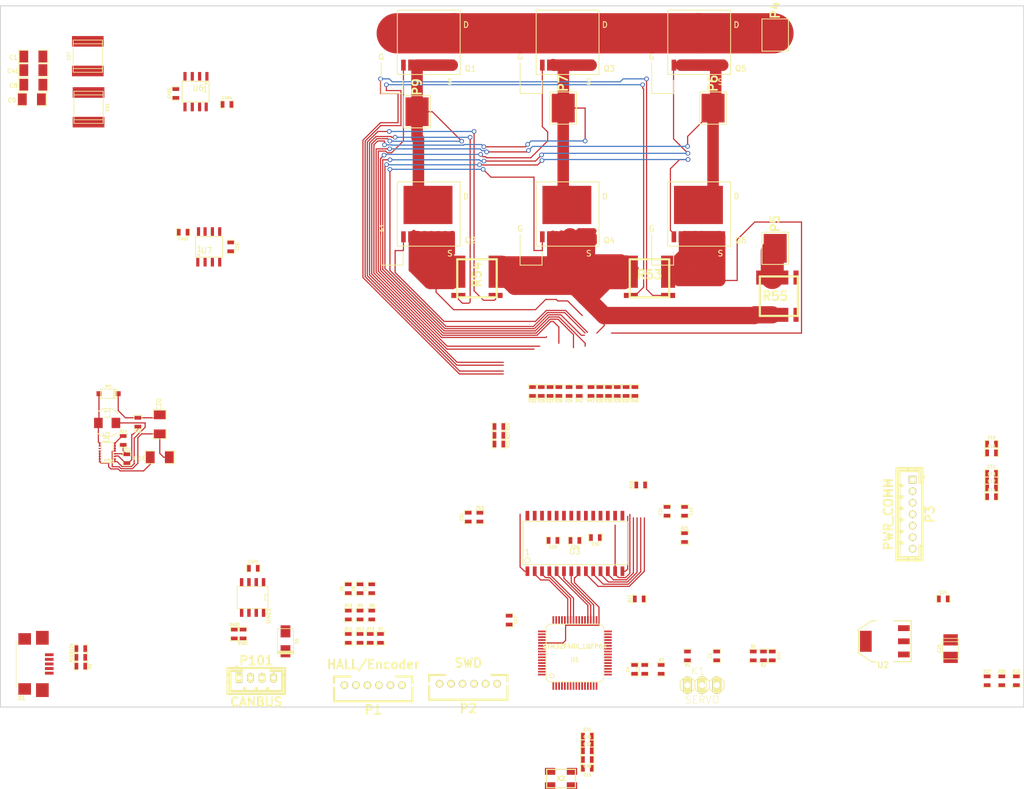
<source format=kicad_pcb>
(kicad_pcb (version 4) (host pcbnew 4.0.0-stable)
  (title_block (title "BLDC Driver 4.6") (date "30 Aug 2014") (rev A) (company "Benjamin Vedder"))
  (layers (0 F.Cu signal) (1 GND signal) (2 GND2 signal) (31 B.Cu signal) (34 B.Paste user) (35 F.Paste user) (36 B.SilkS user) (37 F.SilkS user) (38 B.Mask user) (39 F.Mask user) (44 Edge.Cuts user))
  (net 0 "")
  (net 1 +5V)
  (net 2 GND)
  (net 3 NRST)
  (net 4 "Net-(C15-Pad1)")
  (net 5 "Net-(C16-Pad1)")
  (net 6 "Net-(C17-Pad1)")
  (net 7 "Net-(C21-Pad2)")
  (net 8 "Net-(C28-Pad2)")
  (net 9 "Net-(C29-Pad2)")
  (net 10 "Net-(C30-Pad2)")
  (net 11 "Net-(C38-Pad1)")
  (net 12 "Net-(D1-Pad1)")
  (net 13 "Net-(D2-Pad1)")
  (net 14 "Net-(K1-Pad1)")
  (net 15 "Net-(Q1-PadG)")
  (net 16 "Net-(Q2-PadG)")
  (net 17 "Net-(Q3-PadG)")
  (net 18 "Net-(Q4-PadG)")
  (net 19 "Net-(Q5-PadG)")
  (net 20 "Net-(Q6-PadG)")
  (net 21 "Net-(R6-Pad1)")
  (net 22 SWCLK)
  (net 23 SWDIO)
  (net 24 VCC)
  (net 25 V_SUPPLY)
  (net 26 /MCU/AN_IN)
  (net 27 /MCU/SERVO)
  (net 28 "/Mosfet driver/H1_VS")
  (net 29 "/Mosfet driver/H2_VS")
  (net 30 "/Mosfet driver/H3_VS")
  (net 31 "/Mosfet driver/H1_LOW")
  (net 32 "/Mosfet driver/H3_LOW")
  (net 33 /MCU/SENS1)
  (net 34 /MCU/SENS2)
  (net 35 "/Mosfet driver/M_H1")
  (net 36 "/Mosfet driver/M_L1")
  (net 37 /MCU/SENS3)
  (net 38 "/Mosfet driver/M_H2")
  (net 39 "/Mosfet driver/M_L2")
  (net 40 "/Mosfet driver/M_H3")
  (net 41 "/Mosfet driver/M_L3")
  (net 42 /MCU/L3)
  (net 43 /MCU/L2)
  (net 44 /MCU/L1)
  (net 45 /MCU/EN_GATE)
  (net 46 /MCU/FAULT)
  (net 47 /MCU/H3)
  (net 48 /MCU/H2)
  (net 49 /MCU/H1)
  (net 50 /MCU/USB_DM)
  (net 51 /MCU/USB_DP)
  (net 52 /Filters/TEMP_IN)
  (net 53 /Filters/HALL3_OUT)
  (net 54 /Filters/HALL2_OUT)
  (net 55 /Filters/HALL1_OUT)
  (net 56 "Net-(D3-Pad1)")
  (net 57 /Filters/HALL1_IN)
  (net 58 /Filters/HALL2_IN)
  (net 59 /Filters/HALL3_IN)
  (net 60 "/CAN bus transceiver/CANL")
  (net 61 "/CAN bus transceiver/CANH")
  (net 62 /MCU/LED_GREEN)
  (net 63 /MCU/LED_RED)
  (net 64 "Net-(R103-Pad2)")
  (net 65 "Net-(R104-Pad2)")
  (net 66 "Net-(R402-Pad1)")
  (net 67 "/CAN bus transceiver/CAN_RX")
  (net 68 "/CAN bus transceiver/CAN_TX")
  (net 69 /MCU/ADC_TEMP)
  (net 70 /MCU/SCK_ADC_EXT)
  (net 71 /MCU/RX_SCL_MOSI)
  (net 72 /MCU/MISO_ADC_EXT2)
  (net 73 "Net-(P2-Pad6)")
  (net 74 /MCU/TX_SDA_NSS)
  (net 75 "Net-(U1-Pad4)")
  (net 76 "Net-(U1-Pad2)")
  (net 77 "Net-(U1-Pad3)")
  (net 78 "Net-(U1-Pad39)")
  (net 79 "Net-(U1-Pad40)")
  (net 80 "Net-(U1-Pad50)")
  (net 81 "Net-(U1-Pad54)")
  (net 82 "Net-(U1-Pad55)")
  (net 83 "Net-(U1-Pad56)")
  (net 84 "Net-(U1-Pad9)")
  (net 85 "Net-(U1-Pad11)")
  (net 86 "Net-(U1-Pad28)")
  (net 87 "Net-(U401-Pad5)")
  (net 88 "Net-(X1-Pad4)")
  (net 89 "Net-(C19-Pad1)")
  (net 90 VDD)
  (net 91 "Net-(C402-Pad1)")
  (net 92 "Net-(C402-Pad2)")
  (net 93 "Net-(C404-Pad1)")
  (net 94 "Net-(C404-Pad2)")
  (net 95 "Net-(DP1-Pad1)")
  (net 96 "Net-(L1-Pad2)")
  (net 97 "/Mosfet driver/H2_LOW")
  (net 98 "Net-(R14-Pad1)")
  (net 99 "Net-(R15-Pad2)")
  (net 100 "Net-(R55-Pad3)")
  (net 101 "Net-(R55-Pad4)")
  (net 102 "Net-(U1-Pad33)")
  (net 103 /MCU/BR_S01)
  (net 104 /MCU/BR_S02)
  (net 105 "Net-(U3-Pad17)")
  (net 106 "Net-(U3-Pad21)")
  (net 107 "Net-(U3-Pad25)")
  (net 108 "Net-(U5-Pad11)")
  (module CRF1:SMD-1206 (layer F.Cu) (at 56.515 44.377543)
    (fp_text reference C1 (at -3.466 0.173) (layer F.SilkS) (effects (font (size 0.762 0.762) (thickness 0.127))))
    (fp_text value 10u,50V hide)
    (pad 1 smd rect (at -1.651 0) (size 1.524 2.032) (layers F.Cu F.Paste F.Mask) (net 2 GND))
    (pad 2 smd rect (at 1.651 0) (size 1.524 2.032) (layers F.Cu F.Paste F.Mask) (net 25 V_SUPPLY))
  )
  (module CRF1:SMD-0603_c (layer F.Cu) (at 162.760472 150.93087 90)
    (fp_text reference C2 (at 0 -1.143 90) (layer F.SilkS) (effects (font (size 0.508 0.4572) (thickness 0.1143))))
    (fp_text value 100n hide)
    (pad 1 smd rect (at -0.762 0 90) (size 0.635 1.143) (layers F.Cu F.Paste F.Mask) (net 2 GND))
    (pad 2 smd rect (at 0.762 0 90) (size 0.635 1.143) (layers F.Cu F.Paste F.Mask) (net 26 /MCU/AN_IN))
  )
  (module CRF1:SMD-0603_c (layer F.Cu) (at 175.26 148.59 90)
    (fp_text reference C3 (at 0 -1.143 90) (layer F.SilkS) (effects (font (size 0.508 0.4572) (thickness 0.1143))))
    (fp_text value 100n hide)
    (pad 1 smd rect (at -0.762 0 90) (size 0.635 1.143) (layers F.Cu F.Paste F.Mask) (net 2 GND))
    (pad 2 smd rect (at 0.762 0 90) (size 0.635 1.143) (layers F.Cu F.Paste F.Mask) (net 27 /MCU/SERVO))
  )
  (module CRF1:SMD-0603_c (layer F.Cu) (at 160.982472 150.93087 90)
    (fp_text reference C4 (at 0 -1.143 90) (layer F.SilkS) (effects (font (size 0.508 0.4572) (thickness 0.1143))))
    (fp_text value 4n7 hide)
    (pad 1 smd rect (at -0.762 0 90) (size 0.635 1.143) (layers F.Cu F.Paste F.Mask) (net 2 GND))
    (pad 2 smd rect (at 0.762 0 90) (size 0.635 1.143) (layers F.Cu F.Paste F.Mask) (net 52 /Filters/TEMP_IN))
  )
  (module CRF1:SMD-0603_c (layer F.Cu) (at 111.252 136.906 90)
    (fp_text reference C5 (at 0 -1.143 90) (layer F.SilkS) (effects (font (size 0.508 0.4572) (thickness 0.1143))))
    (fp_text value 4n7 hide)
    (pad 1 smd rect (at -0.762 0 90) (size 0.635 1.143) (layers F.Cu F.Paste F.Mask) (net 53 /Filters/HALL3_OUT))
    (pad 2 smd rect (at 0.762 0 90) (size 0.635 1.143) (layers F.Cu F.Paste F.Mask) (net 2 GND))
  )
  (module CRF1:SMD-0603_c (layer F.Cu) (at 113.284 136.906 90)
    (fp_text reference C6 (at 0 -1.143 90) (layer F.SilkS) (effects (font (size 0.508 0.4572) (thickness 0.1143))))
    (fp_text value 4n7 hide)
    (pad 1 smd rect (at -0.762 0 90) (size 0.635 1.143) (layers F.Cu F.Paste F.Mask) (net 54 /Filters/HALL2_OUT))
    (pad 2 smd rect (at 0.762 0 90) (size 0.635 1.143) (layers F.Cu F.Paste F.Mask) (net 2 GND))
  )
  (module CRF1:SMD-0603_c (layer F.Cu) (at 115.316 136.906 90)
    (fp_text reference C7 (at 0 -1.143 90) (layer F.SilkS) (effects (font (size 0.508 0.4572) (thickness 0.1143))))
    (fp_text value 4n7 hide)
    (pad 1 smd rect (at -0.762 0 90) (size 0.635 1.143) (layers F.Cu F.Paste F.Mask) (net 55 /Filters/HALL1_OUT))
    (pad 2 smd rect (at 0.762 0 90) (size 0.635 1.143) (layers F.Cu F.Paste F.Mask) (net 2 GND))
  )
  (module CRF1:SMD-1206 (layer F.Cu) (at 56.515 49.276)
    (fp_text reference C8 (at -3.466 0.173) (layer F.SilkS) (effects (font (size 0.762 0.762) (thickness 0.127))))
    (fp_text value 10u,50V hide)
    (pad 1 smd rect (at -1.651 0) (size 1.524 2.032) (layers F.Cu F.Paste F.Mask) (net 2 GND))
    (pad 2 smd rect (at 1.651 0) (size 1.524 2.032) (layers F.Cu F.Paste F.Mask) (net 25 V_SUPPLY))
  )
  (module CRF1:SMD-1206 (layer F.Cu) (at 56.261 51.816)
    (fp_text reference C9 (at -3.466 0.173) (layer F.SilkS) (effects (font (size 0.762 0.762) (thickness 0.127))))
    (fp_text value 10u,50V hide)
    (pad 1 smd rect (at -1.651 0) (size 1.524 2.032) (layers F.Cu F.Paste F.Mask) (net 2 GND))
    (pad 2 smd rect (at 1.651 0) (size 1.524 2.032) (layers F.Cu F.Paste F.Mask) (net 25 V_SUPPLY))
  )
  (module CRF1:SMD-0603_c (layer F.Cu) (at 223.012 111.76)
    (fp_text reference C10 (at 0 -1.143) (layer F.SilkS) (effects (font (size 0.508 0.4572) (thickness 0.1143))))
    (fp_text value 2.2u hide)
    (pad 1 smd rect (at -0.762 0) (size 0.635 1.143) (layers F.Cu F.Paste F.Mask) (net 2 GND))
    (pad 2 smd rect (at 0.762 0) (size 0.635 1.143) (layers F.Cu F.Paste F.Mask) (net 24 VCC))
  )
  (module CRF1:SMD-0603_c (layer F.Cu) (at 223.012 116.84)
    (fp_text reference C11 (at 0 -1.143) (layer F.SilkS) (effects (font (size 0.508 0.4572) (thickness 0.1143))))
    (fp_text value 2.2u hide)
    (pad 1 smd rect (at -0.762 0) (size 0.635 1.143) (layers F.Cu F.Paste F.Mask) (net 2 GND))
    (pad 2 smd rect (at 0.762 0) (size 0.635 1.143) (layers F.Cu F.Paste F.Mask) (net 24 VCC))
  )
  (module CRF1:SMD-0603_c (layer F.Cu) (at 223.012 119.38)
    (fp_text reference C12 (at 0 -1.143) (layer F.SilkS) (effects (font (size 0.508 0.4572) (thickness 0.1143))))
    (fp_text value 2.2u hide)
    (pad 1 smd rect (at -0.762 0) (size 0.635 1.143) (layers F.Cu F.Paste F.Mask) (net 2 GND))
    (pad 2 smd rect (at 0.762 0) (size 0.635 1.143) (layers F.Cu F.Paste F.Mask) (net 24 VCC))
  )
  (module CRF1:SMD-0603_c (layer F.Cu) (at 223.012 118.11)
    (fp_text reference C13 (at 0 -1.143) (layer F.SilkS) (effects (font (size 0.508 0.4572) (thickness 0.1143))))
    (fp_text value 2.2u hide)
    (pad 1 smd rect (at -0.762 0) (size 0.635 1.143) (layers F.Cu F.Paste F.Mask) (net 2 GND))
    (pad 2 smd rect (at 0.762 0) (size 0.635 1.143) (layers F.Cu F.Paste F.Mask) (net 24 VCC))
  )
  (module CRF1:SMD-0603_c (layer F.Cu) (at 223.012 120.904)
    (fp_text reference C14 (at 0 -1.143) (layer F.SilkS) (effects (font (size 0.508 0.4572) (thickness 0.1143))))
    (fp_text value 2.2u hide)
    (pad 1 smd rect (at -0.762 0) (size 0.635 1.143) (layers F.Cu F.Paste F.Mask) (net 2 GND))
    (pad 2 smd rect (at 0.762 0) (size 0.635 1.143) (layers F.Cu F.Paste F.Mask) (net 24 VCC))
  )
  (module CRF1:SMD-0603_c (layer F.Cu) (at 152.781699 168.130419 180)
    (fp_text reference C15 (at 0 -1.143 180) (layer F.SilkS) (effects (font (size 0.508 0.4572) (thickness 0.1143))))
    (fp_text value 15p hide)
    (pad 1 smd rect (at -0.762 0 180) (size 0.635 1.143) (layers F.Cu F.Paste F.Mask) (net 4 "Net-(C15-Pad1)"))
    (pad 2 smd rect (at 0.762 0 180) (size 0.635 1.143) (layers F.Cu F.Paste F.Mask) (net 2 GND))
  )
  (module CRF1:SMD-0603_c (layer F.Cu) (at 223.012 113.284)
    (fp_text reference C16 (at 0 -1.143) (layer F.SilkS) (effects (font (size 0.508 0.4572) (thickness 0.1143))))
    (fp_text value 2.2u hide)
    (pad 1 smd rect (at -0.762 0) (size 0.635 1.143) (layers F.Cu F.Paste F.Mask) (net 5 "Net-(C16-Pad1)"))
    (pad 2 smd rect (at 0.762 0) (size 0.635 1.143) (layers F.Cu F.Paste F.Mask) (net 2 GND))
  )
  (module CRF1:SMD-0603_c (layer F.Cu) (at 139.192 142.367 270)
    (fp_text reference C17 (at 0 -1.143 270) (layer F.SilkS) (effects (font (size 0.508 0.4572) (thickness 0.1143))))
    (fp_text value 2.2u hide)
    (pad 1 smd rect (at -0.762 0 270) (size 0.635 1.143) (layers F.Cu F.Paste F.Mask) (net 6 "Net-(C17-Pad1)"))
    (pad 2 smd rect (at 0.762 0 270) (size 0.635 1.143) (layers F.Cu F.Paste F.Mask) (net 2 GND))
  )
  (module CRF1:SMD-1206 (layer F.Cu) (at 78.486 114.046)
    (fp_text reference C18 (at -3.466 0.173) (layer F.SilkS) (effects (font (size 0.762 0.762) (thickness 0.127))))
    (fp_text value 4.7uF/6.3v hide)
    (pad 1 smd rect (at -1.651 0) (size 1.524 2.032) (layers F.Cu F.Paste F.Mask) (net 1 +5V))
    (pad 2 smd rect (at 1.651 0) (size 1.524 2.032) (layers F.Cu F.Paste F.Mask) (net 2 GND))
  )
  (module CRF1:SMD-0603_c (layer F.Cu) (at 169.672 123.444 270)
    (fp_text reference C19 (at 0 -1.143 270) (layer F.SilkS) (effects (font (size 0.508 0.4572) (thickness 0.1143))))
    (fp_text value 1n hide)
    (pad 1 smd rect (at -0.762 0 270) (size 0.635 1.143) (layers F.Cu F.Paste F.Mask) (net 89 "Net-(C19-Pad1)"))
    (pad 2 smd rect (at 0.762 0 270) (size 0.635 1.143) (layers F.Cu F.Paste F.Mask) (net 2 GND))
  )
  (module CRF1:SMD-1206 (layer F.Cu) (at 78.486 108.331 270)
    (fp_text reference C20 (at -3.466 0.173 270) (layer F.SilkS) (effects (font (size 0.762 0.762) (thickness 0.127))))
    (fp_text value 10uF/16V hide)
    (pad 1 smd rect (at -1.651 0 270) (size 1.524 2.032) (layers F.Cu F.Paste F.Mask) (net 90 VDD))
    (pad 2 smd rect (at 1.651 0 270) (size 1.524 2.032) (layers F.Cu F.Paste F.Mask) (net 2 GND))
  )
  (module CRF1:SMD-0603_c (layer F.Cu) (at 166.624 123.444 90)
    (fp_text reference C21 (at 0 -1.143 90) (layer F.SilkS) (effects (font (size 0.508 0.4572) (thickness 0.1143))))
    (fp_text value 6.8n hide)
    (pad 1 smd rect (at -0.762 0 90) (size 0.635 1.143) (layers F.Cu F.Paste F.Mask) (net 2 GND))
    (pad 2 smd rect (at 0.762 0 90) (size 0.635 1.143) (layers F.Cu F.Paste F.Mask) (net 7 "Net-(C21-Pad2)"))
  )
  (module CRF1:SMD-0603_c (layer F.Cu) (at 214.63 138.684)
    (fp_text reference C24 (at 0 -1.143) (layer F.SilkS) (effects (font (size 0.508 0.4572) (thickness 0.1143))))
    (fp_text value 2.2u hide)
    (pad 1 smd rect (at -0.762 0) (size 0.635 1.143) (layers F.Cu F.Paste F.Mask) (net 24 VCC))
    (pad 2 smd rect (at 0.762 0) (size 0.635 1.143) (layers F.Cu F.Paste F.Mask) (net 2 GND))
  )
  (module w_smd_cap:c_tant_B (layer F.Cu) (at 215.9 147.32 90)
    (fp_text reference C25 (at 0 -1.9685 90) (layer F.SilkS) (effects (font (size 0.50038 0.50038) (thickness 0.11938))))
    (fp_text value 100u hide)
    (pad 1 smd rect (at 1.524 0 90) (size 1.95072 2.49936) (layers F.Cu F.Paste F.Mask) (net 24 VCC))
    (pad 2 smd rect (at -1.524 0 90) (size 1.95072 2.49936) (layers F.Cu F.Paste F.Mask) (net 2 GND))
  )
  (module CRF1:SMD-0603_c (layer F.Cu) (at 146.812 128.524 180)
    (fp_text reference C28 (at 0 -1.143 180) (layer F.SilkS) (effects (font (size 0.508 0.4572) (thickness 0.1143))))
    (fp_text value 220n hide)
    (pad 1 smd rect (at -0.762 0 180) (size 0.635 1.143) (layers F.Cu F.Paste F.Mask) (net 28 "/Mosfet driver/H1_VS"))
    (pad 2 smd rect (at 0.762 0 180) (size 0.635 1.143) (layers F.Cu F.Paste F.Mask) (net 8 "Net-(C28-Pad2)"))
  )
  (module CRF1:SMD-0603_c (layer F.Cu) (at 150.622 128.524 180)
    (fp_text reference C29 (at 0 -1.143 180) (layer F.SilkS) (effects (font (size 0.508 0.4572) (thickness 0.1143))))
    (fp_text value 220n hide)
    (pad 1 smd rect (at -0.762 0 180) (size 0.635 1.143) (layers F.Cu F.Paste F.Mask) (net 29 "/Mosfet driver/H2_VS"))
    (pad 2 smd rect (at 0.762 0 180) (size 0.635 1.143) (layers F.Cu F.Paste F.Mask) (net 9 "Net-(C29-Pad2)"))
  )
  (module CRF1:SMD-0603_c (layer F.Cu) (at 154.178 128.016 180)
    (fp_text reference C30 (at 0 -1.143 180) (layer F.SilkS) (effects (font (size 0.508 0.4572) (thickness 0.1143))))
    (fp_text value 220n hide)
    (pad 1 smd rect (at -0.762 0 180) (size 0.635 1.143) (layers F.Cu F.Paste F.Mask) (net 30 "/Mosfet driver/H3_VS"))
    (pad 2 smd rect (at 0.762 0 180) (size 0.635 1.143) (layers F.Cu F.Paste F.Mask) (net 10 "Net-(C30-Pad2)"))
  )
  (module CRF1:SMD-0603_c (layer F.Cu) (at 152.781699 162.542419)
    (fp_text reference C31 (at 0 -1.143) (layer F.SilkS) (effects (font (size 0.508 0.4572) (thickness 0.1143))))
    (fp_text value 2.2u hide)
    (pad 1 smd rect (at -0.762 0) (size 0.635 1.143) (layers F.Cu F.Paste F.Mask) (net 2 GND))
    (pad 2 smd rect (at 0.762 0) (size 0.635 1.143) (layers F.Cu F.Paste F.Mask) (net 24 VCC))
  )
  (module CRF1:SMD-0603_c (layer F.Cu) (at 152.781699 165.082419)
    (fp_text reference C32 (at 0 -1.143) (layer F.SilkS) (effects (font (size 0.508 0.4572) (thickness 0.1143))))
    (fp_text value 100n hide)
    (pad 1 smd rect (at -0.762 0) (size 0.635 1.143) (layers F.Cu F.Paste F.Mask) (net 2 GND))
    (pad 2 smd rect (at 0.762 0) (size 0.635 1.143) (layers F.Cu F.Paste F.Mask) (net 3 NRST))
  )
  (module CRF1:SMD-0603_c (layer F.Cu) (at 152.781699 163.812419)
    (fp_text reference C35 (at 0 -1.143) (layer F.SilkS) (effects (font (size 0.508 0.4572) (thickness 0.1143))))
    (fp_text value 2.2u hide)
    (pad 1 smd rect (at -0.762 0) (size 0.635 1.143) (layers F.Cu F.Paste F.Mask) (net 2 GND))
    (pad 2 smd rect (at 0.762 0) (size 0.635 1.143) (layers F.Cu F.Paste F.Mask) (net 24 VCC))
  )
  (module w_smd_cap:c_2220 (layer F.Cu) (at 65.981479 44.314043 90)
    (fp_text reference C37 (at 0 -3.302 90) (layer F.SilkS) (effects (font (size 0.50038 0.50038) (thickness 0.11938))))
    (fp_text value 15u,100V hide)
    (pad 1 smd rect (at 2.57556 0 90) (size 1.84912 5.4991) (layers F.Cu F.Paste F.Mask) (net 2 GND))
    (pad 2 smd rect (at -2.57556 0 90) (size 1.84912 5.4991) (layers F.Cu F.Paste F.Mask) (net 25 V_SUPPLY))
  )
  (module CRF1:SMD-0603_c (layer F.Cu) (at 152.781699 166.606419 180)
    (fp_text reference C38 (at 0 -1.143 180) (layer F.SilkS) (effects (font (size 0.508 0.4572) (thickness 0.1143))))
    (fp_text value 15p hide)
    (pad 1 smd rect (at -0.762 0 180) (size 0.635 1.143) (layers F.Cu F.Paste F.Mask) (net 11 "Net-(C38-Pad1)"))
    (pad 2 smd rect (at 0.762 0 180) (size 0.635 1.143) (layers F.Cu F.Paste F.Mask) (net 2 GND))
  )
  (module CRF1:SMD-0603_c (layer F.Cu) (at 90.805 77.47 270)
    (fp_text reference C39 (at 0 -1.143 270) (layer F.SilkS) (effects (font (size 0.508 0.4572) (thickness 0.1143))))
    (fp_text value 0.1uF hide)
    (pad 1 smd rect (at -0.762 0 270) (size 0.635 1.143) (layers F.Cu F.Paste F.Mask) (net 24 VCC))
    (pad 2 smd rect (at 0.762 0 270) (size 0.635 1.143) (layers F.Cu F.Paste F.Mask) (net 2 GND))
  )
  (module CRF1:SMD-1206 (layer F.Cu) (at 56.515 46.736)
    (fp_text reference C40 (at -3.466 0.173) (layer F.SilkS) (effects (font (size 0.762 0.762) (thickness 0.127))))
    (fp_text value 10u,50V hide)
    (pad 1 smd rect (at -1.651 0) (size 1.524 2.032) (layers F.Cu F.Paste F.Mask) (net 2 GND))
    (pad 2 smd rect (at 1.651 0) (size 1.524 2.032) (layers F.Cu F.Paste F.Mask) (net 25 V_SUPPLY))
  )
  (module CRF1:SMD-0603_c (layer F.Cu) (at 184.912 148.59 270)
    (fp_text reference C41 (at 0 -1.143 270) (layer F.SilkS) (effects (font (size 0.508 0.4572) (thickness 0.1143))))
    (fp_text value 2.2u hide)
    (pad 1 smd rect (at -0.762 0 270) (size 0.635 1.143) (layers F.Cu F.Paste F.Mask) (net 69 /MCU/ADC_TEMP))
    (pad 2 smd rect (at 0.762 0 270) (size 0.635 1.143) (layers F.Cu F.Paste F.Mask) (net 2 GND))
  )
  (module w_smd_cap:c_2220 (layer F.Cu) (at 66.108479 53.204043 270)
    (fp_text reference C51 (at 0 -3.302 270) (layer F.SilkS) (effects (font (size 0.50038 0.50038) (thickness 0.11938))))
    (fp_text value "15u, 100v" hide)
    (pad 1 smd rect (at 2.57556 0 270) (size 1.84912 5.4991) (layers F.Cu F.Paste F.Mask) (net 2 GND))
    (pad 2 smd rect (at -2.57556 0 270) (size 1.84912 5.4991) (layers F.Cu F.Paste F.Mask) (net 25 V_SUPPLY))
  )
  (module CRF1:SMD-0603_c (layer F.Cu) (at 132.08 124.46 90)
    (fp_text reference C52 (at 0 -1.143 90) (layer F.SilkS) (effects (font (size 0.508 0.4572) (thickness 0.1143))))
    (fp_text value 10u hide)
    (pad 1 smd rect (at -0.762 0 90) (size 0.635 1.143) (layers F.Cu F.Paste F.Mask) (net 2 GND))
    (pad 2 smd rect (at 0.762 0 90) (size 0.635 1.143) (layers F.Cu F.Paste F.Mask) (net 90 VDD))
  )
  (module CRF1:SMD-0603_c (layer F.Cu) (at 94.742 133.35)
    (fp_text reference C401 (at 0 -1.143) (layer F.SilkS) (effects (font (size 0.508 0.4572) (thickness 0.1143))))
    (fp_text value 2.2u hide)
    (pad 1 smd rect (at -0.762 0) (size 0.635 1.143) (layers F.Cu F.Paste F.Mask) (net 24 VCC))
    (pad 2 smd rect (at 0.762 0) (size 0.635 1.143) (layers F.Cu F.Paste F.Mask) (net 2 GND))
  )
  (module CRF1:SMD-0603_c (layer F.Cu) (at 82.55 74.93 180)
    (fp_text reference C402 (at 0 -1.143 180) (layer F.SilkS) (effects (font (size 0.508 0.4572) (thickness 0.1143))))
    (fp_text value 2.2n hide)
    (pad 1 smd rect (at -0.762 0 180) (size 0.635 1.143) (layers F.Cu F.Paste F.Mask) (net 91 "Net-(C402-Pad1)"))
    (pad 2 smd rect (at 0.762 0 180) (size 0.635 1.143) (layers F.Cu F.Paste F.Mask) (net 92 "Net-(C402-Pad2)"))
  )
  (module CRF1:SMD-0603_c (layer F.Cu) (at 81.28 50.8 90)
    (fp_text reference C403 (at 0 -1.143 90) (layer F.SilkS) (effects (font (size 0.508 0.4572) (thickness 0.1143))))
    (fp_text value 0.1uF hide)
    (pad 1 smd rect (at -0.762 0 90) (size 0.635 1.143) (layers F.Cu F.Paste F.Mask) (net 24 VCC))
    (pad 2 smd rect (at 0.762 0 90) (size 0.635 1.143) (layers F.Cu F.Paste F.Mask) (net 2 GND))
  )
  (module CRF1:SMD-0603_c (layer F.Cu) (at 90.17 52.705)
    (fp_text reference C404 (at 0 -1.143) (layer F.SilkS) (effects (font (size 0.508 0.4572) (thickness 0.1143))))
    (fp_text value 2.2n hide)
    (pad 1 smd rect (at -0.762 0) (size 0.635 1.143) (layers F.Cu F.Paste F.Mask) (net 93 "Net-(C404-Pad1)"))
    (pad 2 smd rect (at 0.762 0) (size 0.635 1.143) (layers F.Cu F.Paste F.Mask) (net 94 "Net-(C404-Pad2)"))
  )
  (module w_smd_diode:do214ac (layer F.Cu) (at 100.33 146.05 270)
    (fp_text reference D5 (at 0 -1.9685 270) (layer F.SilkS) (effects (font (size 0.50038 0.50038) (thickness 0.11938))))
    (fp_text value "TVS 5V" hide)
    (pad 2 smd rect (at 1.72974 0 270) (size 2.10058 1.69926) (layers F.Cu F.Paste F.Mask) (net 1 +5V))
    (pad 1 smd rect (at -1.72974 0 270) (size 2.10058 1.69926) (layers F.Cu F.Paste F.Mask) (net 2 GND))
  )
  (module w_smd_diode:sod123 (layer F.Cu) (at 69.596 102.997)
    (fp_text reference DP1 (at 0 -1.30048) (layer F.SilkS) (effects (font (size 0.4 0.4) (thickness 0.1))))
    (fp_text value "MBR0530 " hide)
    (pad 2 smd rect (at 1.67386 0) (size 0.8509 0.8509) (layers F.Cu F.Paste F.Mask) (net 90 VDD))
    (pad 1 smd rect (at -1.67386 0) (size 0.8509 0.8509) (layers F.Cu F.Paste F.Mask) (net 95 "Net-(DP1-Pad1)"))
  )
  (module CRF1:pinhead-1X03 (layer F.Cu) (at 172.72 153.67)
    (fp_text reference K1 (at -0.7112 -2.4638) (layer F.SilkS) (effects (font (size 1.27 1.27) (thickness 0.0889))))
    (fp_text value SERVO (at 0 2.54) (layer F.SilkS) (effects (font (size 1.27 1.27) (thickness 0.0889))))
    (pad 1 thru_hole oval (at -2.54 0) (size 1.524 3.048) (drill 1.016) (layers *.Cu *.Mask F.SilkS) (net 14 "Net-(K1-Pad1)"))
    (pad 2 thru_hole oval (at 0 0) (size 1.524 3.048) (drill 1.016) (layers *.Cu *.Mask F.SilkS) (net 1 +5V))
    (pad 3 thru_hole oval (at 2.54 0) (size 1.524 3.048) (drill 1.016) (layers *.Cu *.Mask F.SilkS) (net 2 GND))
  )
  (module CRF1:ELL-4GG (layer F.Cu) (at 69.342 108.077 180)
    (fp_text reference L1 (at 0 1.651 270) (layer F.SilkS))
    (fp_text value "1.2uH (ELL-4GG1R2N)")
    (pad 1 smd rect (at 1.524 0 180) (size 1.5 1.8) (layers F.Cu F.Paste F.Mask) (net 95 "Net-(DP1-Pad1)"))
    (pad 2 smd rect (at -1.524 0 180) (size 1.5 1.8) (layers F.Cu F.Paste F.Mask) (net 96 "Net-(L1-Pad2)"))
  )
  (module CRF1:MICRO_JST_6 (layer F.Cu) (at 115.57 153.67 180)
    (fp_text reference P1 (at 0 -4.30022 180) (layer F.SilkS) (effects (font (thickness 0.3048))))
    (fp_text value HALL/Encoder (at 0 3.59918 180) (layer F.SilkS) (effects (font (thickness 0.3048))))
    (pad 3 thru_hole circle (at -1.00076 0 180) (size 1.30048 1.30048) (drill 0.70104) (layers *.Cu *.Mask F.SilkS) (net 57 /Filters/HALL1_IN))
    (pad 4 thru_hole circle (at 1.00076 0 180) (size 1.30048 1.30048) (drill 0.70104) (layers *.Cu *.Mask F.SilkS) (net 58 /Filters/HALL2_IN))
    (pad 5 thru_hole circle (at 2.99974 0 180) (size 1.30048 1.30048) (drill 0.70104) (layers *.Cu *.Mask F.SilkS) (net 59 /Filters/HALL3_IN))
    (pad 6 thru_hole circle (at 5.00126 0 180) (size 1.30048 1.30048) (drill 0.70104) (layers *.Cu *.Mask F.SilkS) (net 2 GND))
    (pad 2 thru_hole circle (at -2.99974 0 180) (size 1.30048 1.30048) (drill 0.70104) (layers *.Cu *.Mask F.SilkS) (net 52 /Filters/TEMP_IN))
    (pad 1 thru_hole circle (at -5.00126 0 180) (size 1.30048 1.30048) (drill 0.70104) (layers *.Cu *.Mask F.SilkS) (net 1 +5V))
  )
  (module CRF1:MICRO_JST_6 (layer F.Cu) (at 132.09524 153.416 180)
    (fp_text reference P2 (at 0 -4.30022 180) (layer F.SilkS) (effects (font (thickness 0.3048))))
    (fp_text value SWD (at 0 3.59918 180) (layer F.SilkS) (effects (font (thickness 0.3048))))
    (pad 3 thru_hole circle (at -1.00076 0 180) (size 1.30048 1.30048) (drill 0.70104) (layers *.Cu *.Mask F.SilkS) (net 2 GND))
    (pad 4 thru_hole circle (at 1.00076 0 180) (size 1.30048 1.30048) (drill 0.70104) (layers *.Cu *.Mask F.SilkS) (net 23 SWDIO))
    (pad 5 thru_hole circle (at 2.99974 0 180) (size 1.30048 1.30048) (drill 0.70104) (layers *.Cu *.Mask F.SilkS) (net 3 NRST))
    (pad 6 thru_hole circle (at 5.00126 0 180) (size 1.30048 1.30048) (drill 0.70104) (layers *.Cu *.Mask F.SilkS) (net 73 "Net-(P2-Pad6)"))
    (pad 2 thru_hole circle (at -2.99974 0 180) (size 1.30048 1.30048) (drill 0.70104) (layers *.Cu *.Mask F.SilkS) (net 22 SWCLK))
    (pad 1 thru_hole circle (at -5.00126 0 180) (size 1.30048 1.30048) (drill 0.70104) (layers *.Cu *.Mask F.SilkS) (net 24 VCC))
  )
  (module CRF1:b7b-ph-kl (layer F.Cu) (at 209.296 123.952 270)
    (fp_text reference P3 (at 0 -2.99974 270) (layer F.SilkS) (effects (font (thickness 0.3048))))
    (fp_text value PWR_COMM (at 0 4.20116 270) (layer F.SilkS) (effects (font (thickness 0.3048))))
    (pad 1 thru_hole rect (at -6.00456 0 270) (size 1.3 1.3) (drill 0.8) (layers *.Cu *.Mask F.SilkS) (net 1 +5V))
    (pad 3 thru_hole circle (at -2.00152 0 270) (size 1.3 1.3) (drill 0.8) (layers *.Cu *.Mask F.SilkS) (net 2 GND))
    (pad 2 thru_hole circle (at -4.00304 0 270) (size 1.3 1.3) (drill 0.8) (layers *.Cu *.Mask F.SilkS) (net 24 VCC))
    (pad 4 thru_hole circle (at -0.00254 0 270) (size 1.3 1.3) (drill 0.8) (layers *.Cu *.Mask F.SilkS) (net 70 /MCU/SCK_ADC_EXT))
    (pad 5 thru_hole circle (at 1.99898 0 270) (size 1.3 1.3) (drill 0.8) (layers *.Cu *.Mask F.SilkS) (net 74 /MCU/TX_SDA_NSS))
    (pad 6 thru_hole circle (at 4.0005 0 270) (size 1.3 1.3) (drill 0.8) (layers *.Cu *.Mask F.SilkS) (net 71 /MCU/RX_SCL_MOSI))
    (pad 7 thru_hole circle (at 5.99948 0 270) (size 1.3 1.3) (drill 0.8) (layers *.Cu *.Mask F.SilkS) (net 72 /MCU/MISO_ADC_EXT2))
  )
  (module CRF1:1PAD_4x5mm (layer F.Cu) (at 185.42 40.64)
    (fp_text reference P4 (at 0 -4.3 270) (layer F.SilkS) (effects (font (thickness 0.3048))))
    (fp_text value IN+ hide)
    (pad 1 smd rect (at 0 0) (size 4 5) (layers F.Cu F.Paste F.Mask) (net 25 V_SUPPLY))
  )
  (module CRF1:1PAD_4x5mm (layer F.Cu) (at 185.42 77.724)
    (fp_text reference P5 (at 0 -4.3 270) (layer F.SilkS) (effects (font (thickness 0.3048))))
    (fp_text value IN- hide)
    (pad 1 smd rect (at 0 0) (size 4 5) (layers F.Cu F.Paste F.Mask) (net 2 GND))
  )
  (module CRF1:1PAD_4x5mm (layer F.Cu) (at 174.625 53.34)
    (fp_text reference P6 (at 0 -4.3 270) (layer F.SilkS) (effects (font (thickness 0.3048))))
    (fp_text value MOTOR1 hide)
    (pad 1 smd rect (at 0 0) (size 4 5) (layers F.Cu F.Paste F.Mask) (net 30 "/Mosfet driver/H3_VS"))
  )
  (module CRF1:1PAD_4x5mm (layer F.Cu) (at 148.59 53.34)
    (fp_text reference P7 (at 0 -4.3 270) (layer F.SilkS) (effects (font (thickness 0.3048))))
    (fp_text value MOTOR2 hide)
    (pad 1 smd rect (at 0 0) (size 4 5) (layers F.Cu F.Paste F.Mask) (net 29 "/Mosfet driver/H2_VS"))
  )
  (module CRF1:1PAD_4x5mm (layer F.Cu) (at 123.19 53.975)
    (fp_text reference P9 (at 0 -4.3 270) (layer F.SilkS) (effects (font (thickness 0.3048))))
    (fp_text value MOTOR3 hide)
    (pad 1 smd rect (at 0 0) (size 4 5) (layers F.Cu F.Paste F.Mask) (net 28 "/Mosfet driver/H1_VS"))
  )
  (module "JST conn:b4b-ph-kl" (layer F.Cu) (at 95.25 152.4)
    (fp_text reference P101 (at 0 -2.99974) (layer F.SilkS) (effects (font (thickness 0.3048))))
    (fp_text value CANBUS (at 0 4.20116) (layer F.SilkS) (effects (font (thickness 0.3048))))
    (pad 1 thru_hole rect (at -3.00228 0) (size 1.19888 1.69926) (drill 0.70104) (layers *.Cu *.Mask F.SilkS) (net 2 GND))
    (pad 3 thru_hole oval (at 1.00076 0) (size 1.19888 1.69926) (drill 0.70104) (layers *.Cu *.Mask F.SilkS) (net 61 "/CAN bus transceiver/CANH"))
    (pad 2 thru_hole oval (at -1.00076 0) (size 1.19888 1.69926) (drill 0.70104) (layers *.Cu *.Mask F.SilkS) (net 60 "/CAN bus transceiver/CANL"))
    (pad 4 thru_hole oval (at 2.99974 0) (size 1.19888 1.69926) (drill 0.70104) (layers *.Cu *.Mask F.SilkS) (net 1 +5V))
  )
  (module CRF1:P-PG-HSOF-08 (layer F.Cu) (at 125.095 41.91)
    (fp_text reference Q1 (at 7.366 4.572) (layer F.SilkS))
    (fp_text value IPT059N15N3ATMA1)
    (fp_text user D (at 6.604 -3.048) (layer F.SilkS))
    (fp_text user S (at 3.81 6.858) (layer F.SilkS))
    (fp_text user G (at -8.128 2.54) (layer F.SilkS))
    (pad S smd rect (at 4.2164 3.9624) (size 0.8 1.9) (layers F.Cu F.Paste F.Mask) (net 28 "/Mosfet driver/H1_VS"))
    (pad S smd rect (at 2.9972 3.9624) (size 0.8 1.9) (layers F.Cu F.Paste F.Mask) (net 28 "/Mosfet driver/H1_VS"))
    (pad S smd rect (at 1.778 3.9624) (size 0.8 1.9) (layers F.Cu F.Paste F.Mask) (net 28 "/Mosfet driver/H1_VS"))
    (pad S smd rect (at 0.5588 3.9624) (size 0.8 1.9) (layers F.Cu F.Paste F.Mask) (net 28 "/Mosfet driver/H1_VS"))
    (pad G smd rect (at -4.2672 3.9624) (size 0.8 1.9) (layers F.Cu F.Paste F.Mask) (net 15 "Net-(Q1-PadG)"))
    (pad S smd rect (at -3.048 3.9624) (size 0.8 1.9) (layers F.Cu F.Paste F.Mask) (net 28 "/Mosfet driver/H1_VS"))
    (pad S smd rect (at -1.8288 3.9624) (size 0.8 1.9) (layers F.Cu F.Paste F.Mask) (net 28 "/Mosfet driver/H1_VS"))
    (pad S smd rect (at -0.6096 3.9624) (size 0.8 1.9) (layers F.Cu F.Paste F.Mask) (net 28 "/Mosfet driver/H1_VS"))
    (pad D smd rect (at 0 -1.5748) (size 8.5 6.65) (layers F.Cu F.Paste F.Mask) (net 25 V_SUPPLY))
    (pad S smd rect (at 0.635 3.302) (size 8 0.6) (layers F.Cu F.Paste F.Mask) (net 28 "/Mosfet driver/H1_VS"))
  )
  (module CRF1:P-PG-HSOF-08 (layer F.Cu) (at 125.095 71.755)
    (fp_text reference Q2 (at 7.366 4.572) (layer F.SilkS))
    (fp_text value IPT059N15N3ATMA1)
    (fp_text user D (at 6.604 -3.048) (layer F.SilkS))
    (fp_text user S (at 3.81 6.858) (layer F.SilkS))
    (fp_text user G (at -8.128 2.54) (layer F.SilkS))
    (pad S smd rect (at 4.2164 3.9624) (size 0.8 1.9) (layers F.Cu F.Paste F.Mask) (net 31 "/Mosfet driver/H1_LOW"))
    (pad S smd rect (at 2.9972 3.9624) (size 0.8 1.9) (layers F.Cu F.Paste F.Mask) (net 31 "/Mosfet driver/H1_LOW"))
    (pad S smd rect (at 1.778 3.9624) (size 0.8 1.9) (layers F.Cu F.Paste F.Mask) (net 31 "/Mosfet driver/H1_LOW"))
    (pad S smd rect (at 0.5588 3.9624) (size 0.8 1.9) (layers F.Cu F.Paste F.Mask) (net 31 "/Mosfet driver/H1_LOW"))
    (pad G smd rect (at -4.2672 3.9624) (size 0.8 1.9) (layers F.Cu F.Paste F.Mask) (net 16 "Net-(Q2-PadG)"))
    (pad S smd rect (at -3.048 3.9624) (size 0.8 1.9) (layers F.Cu F.Paste F.Mask) (net 31 "/Mosfet driver/H1_LOW"))
    (pad S smd rect (at -1.8288 3.9624) (size 0.8 1.9) (layers F.Cu F.Paste F.Mask) (net 31 "/Mosfet driver/H1_LOW"))
    (pad S smd rect (at -0.6096 3.9624) (size 0.8 1.9) (layers F.Cu F.Paste F.Mask) (net 31 "/Mosfet driver/H1_LOW"))
    (pad D smd rect (at 0 -1.5748) (size 8.5 6.65) (layers F.Cu F.Paste F.Mask) (net 28 "/Mosfet driver/H1_VS"))
    (pad S smd rect (at 0.635 3.302) (size 8 0.6) (layers F.Cu F.Paste F.Mask) (net 31 "/Mosfet driver/H1_LOW"))
  )
  (module CRF1:P-PG-HSOF-08 (layer F.Cu) (at 149.225 41.91)
    (fp_text reference Q3 (at 7.366 4.572) (layer F.SilkS))
    (fp_text value IPT059N15N3ATMA1)
    (fp_text user D (at 6.604 -3.048) (layer F.SilkS))
    (fp_text user S (at 3.81 6.858) (layer F.SilkS))
    (fp_text user G (at -8.128 2.54) (layer F.SilkS))
    (pad S smd rect (at 4.2164 3.9624) (size 0.8 1.9) (layers F.Cu F.Paste F.Mask) (net 29 "/Mosfet driver/H2_VS"))
    (pad S smd rect (at 2.9972 3.9624) (size 0.8 1.9) (layers F.Cu F.Paste F.Mask) (net 29 "/Mosfet driver/H2_VS"))
    (pad S smd rect (at 1.778 3.9624) (size 0.8 1.9) (layers F.Cu F.Paste F.Mask) (net 29 "/Mosfet driver/H2_VS"))
    (pad S smd rect (at 0.5588 3.9624) (size 0.8 1.9) (layers F.Cu F.Paste F.Mask) (net 29 "/Mosfet driver/H2_VS"))
    (pad G smd rect (at -4.2672 3.9624) (size 0.8 1.9) (layers F.Cu F.Paste F.Mask) (net 17 "Net-(Q3-PadG)"))
    (pad S smd rect (at -3.048 3.9624) (size 0.8 1.9) (layers F.Cu F.Paste F.Mask) (net 29 "/Mosfet driver/H2_VS"))
    (pad S smd rect (at -1.8288 3.9624) (size 0.8 1.9) (layers F.Cu F.Paste F.Mask) (net 29 "/Mosfet driver/H2_VS"))
    (pad S smd rect (at -0.6096 3.9624) (size 0.8 1.9) (layers F.Cu F.Paste F.Mask) (net 29 "/Mosfet driver/H2_VS"))
    (pad D smd rect (at 0 -1.5748) (size 8.5 6.65) (layers F.Cu F.Paste F.Mask) (net 25 V_SUPPLY))
    (pad S smd rect (at 0.635 3.302) (size 8 0.6) (layers F.Cu F.Paste F.Mask) (net 29 "/Mosfet driver/H2_VS"))
  )
  (module CRF1:P-PG-HSOF-08 (layer F.Cu) (at 149.225 71.755)
    (fp_text reference Q4 (at 7.366 4.572) (layer F.SilkS))
    (fp_text value IPT059N15N3ATMA1)
    (fp_text user D (at 6.604 -3.048) (layer F.SilkS))
    (fp_text user S (at 3.81 6.858) (layer F.SilkS))
    (fp_text user G (at -8.128 2.54) (layer F.SilkS))
    (pad S smd rect (at 4.2164 3.9624) (size 0.8 1.9) (layers F.Cu F.Paste F.Mask) (net 97 "/Mosfet driver/H2_LOW"))
    (pad S smd rect (at 2.9972 3.9624) (size 0.8 1.9) (layers F.Cu F.Paste F.Mask) (net 97 "/Mosfet driver/H2_LOW"))
    (pad S smd rect (at 1.778 3.9624) (size 0.8 1.9) (layers F.Cu F.Paste F.Mask) (net 97 "/Mosfet driver/H2_LOW"))
    (pad S smd rect (at 0.5588 3.9624) (size 0.8 1.9) (layers F.Cu F.Paste F.Mask) (net 97 "/Mosfet driver/H2_LOW"))
    (pad G smd rect (at -4.2672 3.9624) (size 0.8 1.9) (layers F.Cu F.Paste F.Mask) (net 18 "Net-(Q4-PadG)"))
    (pad S smd rect (at -3.048 3.9624) (size 0.8 1.9) (layers F.Cu F.Paste F.Mask) (net 97 "/Mosfet driver/H2_LOW"))
    (pad S smd rect (at -1.8288 3.9624) (size 0.8 1.9) (layers F.Cu F.Paste F.Mask) (net 97 "/Mosfet driver/H2_LOW"))
    (pad S smd rect (at -0.6096 3.9624) (size 0.8 1.9) (layers F.Cu F.Paste F.Mask) (net 97 "/Mosfet driver/H2_LOW"))
    (pad D smd rect (at 0 -1.5748) (size 8.5 6.65) (layers F.Cu F.Paste F.Mask) (net 29 "/Mosfet driver/H2_VS"))
    (pad S smd rect (at 0.635 3.302) (size 8 0.6) (layers F.Cu F.Paste F.Mask) (net 97 "/Mosfet driver/H2_LOW"))
  )
  (module CRF1:P-PG-HSOF-08 (layer F.Cu) (at 172.085 41.91)
    (fp_text reference Q5 (at 7.366 4.572) (layer F.SilkS))
    (fp_text value IPT059N15N3ATMA1)
    (fp_text user D (at 6.604 -3.048) (layer F.SilkS))
    (fp_text user S (at 3.81 6.858) (layer F.SilkS))
    (fp_text user G (at -8.128 2.54) (layer F.SilkS))
    (pad S smd rect (at 4.2164 3.9624) (size 0.8 1.9) (layers F.Cu F.Paste F.Mask) (net 30 "/Mosfet driver/H3_VS"))
    (pad S smd rect (at 2.9972 3.9624) (size 0.8 1.9) (layers F.Cu F.Paste F.Mask) (net 30 "/Mosfet driver/H3_VS"))
    (pad S smd rect (at 1.778 3.9624) (size 0.8 1.9) (layers F.Cu F.Paste F.Mask) (net 30 "/Mosfet driver/H3_VS"))
    (pad S smd rect (at 0.5588 3.9624) (size 0.8 1.9) (layers F.Cu F.Paste F.Mask) (net 30 "/Mosfet driver/H3_VS"))
    (pad G smd rect (at -4.2672 3.9624) (size 0.8 1.9) (layers F.Cu F.Paste F.Mask) (net 19 "Net-(Q5-PadG)"))
    (pad S smd rect (at -3.048 3.9624) (size 0.8 1.9) (layers F.Cu F.Paste F.Mask) (net 30 "/Mosfet driver/H3_VS"))
    (pad S smd rect (at -1.8288 3.9624) (size 0.8 1.9) (layers F.Cu F.Paste F.Mask) (net 30 "/Mosfet driver/H3_VS"))
    (pad S smd rect (at -0.6096 3.9624) (size 0.8 1.9) (layers F.Cu F.Paste F.Mask) (net 30 "/Mosfet driver/H3_VS"))
    (pad D smd rect (at 0 -1.5748) (size 8.5 6.65) (layers F.Cu F.Paste F.Mask) (net 25 V_SUPPLY))
    (pad S smd rect (at 0.635 3.302) (size 8 0.6) (layers F.Cu F.Paste F.Mask) (net 30 "/Mosfet driver/H3_VS"))
  )
  (module CRF1:P-PG-HSOF-08 (layer F.Cu) (at 172.085 71.755)
    (fp_text reference Q6 (at 7.366 4.572) (layer F.SilkS))
    (fp_text value IPT059N15N3ATMA1)
    (fp_text user D (at 6.604 -3.048) (layer F.SilkS))
    (fp_text user S (at 3.81 6.858) (layer F.SilkS))
    (fp_text user G (at -8.128 2.54) (layer F.SilkS))
    (pad S smd rect (at 4.2164 3.9624) (size 0.8 1.9) (layers F.Cu F.Paste F.Mask) (net 32 "/Mosfet driver/H3_LOW"))
    (pad S smd rect (at 2.9972 3.9624) (size 0.8 1.9) (layers F.Cu F.Paste F.Mask) (net 32 "/Mosfet driver/H3_LOW"))
    (pad S smd rect (at 1.778 3.9624) (size 0.8 1.9) (layers F.Cu F.Paste F.Mask) (net 32 "/Mosfet driver/H3_LOW"))
    (pad S smd rect (at 0.5588 3.9624) (size 0.8 1.9) (layers F.Cu F.Paste F.Mask) (net 32 "/Mosfet driver/H3_LOW"))
    (pad G smd rect (at -4.2672 3.9624) (size 0.8 1.9) (layers F.Cu F.Paste F.Mask) (net 20 "Net-(Q6-PadG)"))
    (pad S smd rect (at -3.048 3.9624) (size 0.8 1.9) (layers F.Cu F.Paste F.Mask) (net 32 "/Mosfet driver/H3_LOW"))
    (pad S smd rect (at -1.8288 3.9624) (size 0.8 1.9) (layers F.Cu F.Paste F.Mask) (net 32 "/Mosfet driver/H3_LOW"))
    (pad S smd rect (at -0.6096 3.9624) (size 0.8 1.9) (layers F.Cu F.Paste F.Mask) (net 32 "/Mosfet driver/H3_LOW"))
    (pad D smd rect (at 0 -1.5748) (size 8.5 6.65) (layers F.Cu F.Paste F.Mask) (net 30 "/Mosfet driver/H3_VS"))
    (pad S smd rect (at 0.635 3.302) (size 8 0.6) (layers F.Cu F.Paste F.Mask) (net 32 "/Mosfet driver/H3_LOW"))
  )
  (module CRF1:SMD-0603_r (layer F.Cu) (at 181.61 148.59 90)
    (fp_text reference R1 (at 1.635 0.024 180) (layer F.SilkS) (effects (font (size 0.50038 0.4572) (thickness 0.1143))))
    (fp_text value "NTC 10k" hide)
    (pad 1 smd rect (at -0.762 0 90) (size 0.635 1.143) (layers F.Cu F.Paste F.Mask) (net 24 VCC))
    (pad 2 smd rect (at 0.762 0 90) (size 0.635 1.143) (layers F.Cu F.Paste F.Mask) (net 69 /MCU/ADC_TEMP))
  )
  (module CRF1:SMD-0603_r (layer F.Cu) (at 183.388 148.59 270)
    (fp_text reference R2 (at 1.635 0.024 360) (layer F.SilkS) (effects (font (size 0.50038 0.4572) (thickness 0.1143))))
    (fp_text value 10k hide)
    (pad 1 smd rect (at -0.762 0 270) (size 0.635 1.143) (layers F.Cu F.Paste F.Mask) (net 69 /MCU/ADC_TEMP))
    (pad 2 smd rect (at 0.762 0 270) (size 0.635 1.143) (layers F.Cu F.Paste F.Mask) (net 2 GND))
  )
  (module CRF1:SMD-0603_r (layer F.Cu) (at 165.608 150.93087 90)
    (fp_text reference R3 (at 1.635 0.024 180) (layer F.SilkS) (effects (font (size 0.50038 0.4572) (thickness 0.1143))))
    (fp_text value 39k hide)
    (pad 1 smd rect (at -0.762 0 90) (size 0.635 1.143) (layers F.Cu F.Paste F.Mask) (net 25 V_SUPPLY))
    (pad 2 smd rect (at 0.762 0 90) (size 0.635 1.143) (layers F.Cu F.Paste F.Mask) (net 26 /MCU/AN_IN))
  )
  (module CRF1:SMD-0603_r (layer F.Cu) (at 170.18 148.59 270)
    (fp_text reference R5 (at 1.635 0.024 360) (layer F.SilkS) (effects (font (size 0.50038 0.4572) (thickness 0.1143))))
    (fp_text value 2k2 hide)
    (pad 1 smd rect (at -0.762 0 270) (size 0.635 1.143) (layers F.Cu F.Paste F.Mask) (net 27 /MCU/SERVO))
    (pad 2 smd rect (at 0.762 0 270) (size 0.635 1.143) (layers F.Cu F.Paste F.Mask) (net 14 "Net-(K1-Pad1)"))
  )
  (module CRF1:SMD-0603_r (layer F.Cu) (at 64.77 150.368)
    (fp_text reference R6 (at 1.635 0.024 90) (layer F.SilkS) (effects (font (size 0.50038 0.4572) (thickness 0.1143))))
    (fp_text value 0R hide)
    (pad 1 smd rect (at -0.762 0) (size 0.635 1.143) (layers F.Cu F.Paste F.Mask) (net 21 "Net-(R6-Pad1)"))
    (pad 2 smd rect (at 0.762 0) (size 0.635 1.143) (layers F.Cu F.Paste F.Mask) (net 1 +5V))
  )
  (module CRF1:SMD-0603_r (layer F.Cu) (at 116.84 145.542 90)
    (fp_text reference R7 (at 1.635 0.024 180) (layer F.SilkS) (effects (font (size 0.50038 0.4572) (thickness 0.1143))))
    (fp_text value 10k hide)
    (pad 1 smd rect (at -0.762 0 90) (size 0.635 1.143) (layers F.Cu F.Paste F.Mask) (net 52 /Filters/TEMP_IN))
    (pad 2 smd rect (at 0.762 0 90) (size 0.635 1.143) (layers F.Cu F.Paste F.Mask) (net 24 VCC))
  )
  (module CRF1:SMD-0603_r (layer F.Cu) (at 115.316 141.478 90)
    (fp_text reference R8 (at 1.635 0.024 180) (layer F.SilkS) (effects (font (size 0.50038 0.4572) (thickness 0.1143))))
    (fp_text value 10k hide)
    (pad 1 smd rect (at -0.762 0 90) (size 0.635 1.143) (layers F.Cu F.Paste F.Mask) (net 57 /Filters/HALL1_IN))
    (pad 2 smd rect (at 0.762 0 90) (size 0.635 1.143) (layers F.Cu F.Paste F.Mask) (net 55 /Filters/HALL1_OUT))
  )
  (module CRF1:SMD-0603_r (layer F.Cu) (at 113.284 141.478 90)
    (fp_text reference R9 (at 1.635 0.024 180) (layer F.SilkS) (effects (font (size 0.50038 0.4572) (thickness 0.1143))))
    (fp_text value 10k hide)
    (pad 1 smd rect (at -0.762 0 90) (size 0.635 1.143) (layers F.Cu F.Paste F.Mask) (net 58 /Filters/HALL2_IN))
    (pad 2 smd rect (at 0.762 0 90) (size 0.635 1.143) (layers F.Cu F.Paste F.Mask) (net 54 /Filters/HALL2_OUT))
  )
  (module CRF1:SMD-0603_r (layer F.Cu) (at 111.252 141.478 90)
    (fp_text reference R10 (at 1.635 0.024 180) (layer F.SilkS) (effects (font (size 0.50038 0.4572) (thickness 0.1143))))
    (fp_text value 10k hide)
    (pad 1 smd rect (at -0.762 0 90) (size 0.635 1.143) (layers F.Cu F.Paste F.Mask) (net 59 /Filters/HALL3_IN))
    (pad 2 smd rect (at 0.762 0 90) (size 0.635 1.143) (layers F.Cu F.Paste F.Mask) (net 53 /Filters/HALL3_OUT))
  )
  (module CRF1:SMD-0603_r (layer F.Cu) (at 111.252 145.542 90)
    (fp_text reference R11 (at 1.635 0.024 180) (layer F.SilkS) (effects (font (size 0.50038 0.4572) (thickness 0.1143))))
    (fp_text value 2k2 hide)
    (pad 1 smd rect (at -0.762 0 90) (size 0.635 1.143) (layers F.Cu F.Paste F.Mask) (net 59 /Filters/HALL3_IN))
    (pad 2 smd rect (at 0.762 0 90) (size 0.635 1.143) (layers F.Cu F.Paste F.Mask) (net 24 VCC))
  )
  (module CRF1:SMD-0603_r (layer F.Cu) (at 113.284 145.542 90)
    (fp_text reference R12 (at 1.635 0.024 180) (layer F.SilkS) (effects (font (size 0.50038 0.4572) (thickness 0.1143))))
    (fp_text value 2k2 hide)
    (pad 1 smd rect (at -0.762 0 90) (size 0.635 1.143) (layers F.Cu F.Paste F.Mask) (net 58 /Filters/HALL2_IN))
    (pad 2 smd rect (at 0.762 0 90) (size 0.635 1.143) (layers F.Cu F.Paste F.Mask) (net 24 VCC))
  )
  (module CRF1:SMD-0603_r (layer F.Cu) (at 115.062 145.542 90)
    (fp_text reference R13 (at 1.635 0.024 180) (layer F.SilkS) (effects (font (size 0.50038 0.4572) (thickness 0.1143))))
    (fp_text value 2k2 hide)
    (pad 1 smd rect (at -0.762 0 90) (size 0.635 1.143) (layers F.Cu F.Paste F.Mask) (net 57 /Filters/HALL1_IN))
    (pad 2 smd rect (at 0.762 0 90) (size 0.635 1.143) (layers F.Cu F.Paste F.Mask) (net 24 VCC))
  )
  (module CRF1:SMD-0603_r (layer F.Cu) (at 72.136 111.125 90)
    (fp_text reference R14 (at 1.635 0.024 180) (layer F.SilkS) (effects (font (size 0.50038 0.4572) (thickness 0.1143))))
    (fp_text value 4.99k hide)
    (pad 1 smd rect (at -0.762 0 90) (size 0.635 1.143) (layers F.Cu F.Paste F.Mask) (net 98 "Net-(R14-Pad1)"))
    (pad 2 smd rect (at 0.762 0 90) (size 0.635 1.143) (layers F.Cu F.Paste F.Mask) (net 2 GND))
  )
  (module CRF1:SMD-0603_r (layer F.Cu) (at 74.676 107.95 270)
    (fp_text reference R15 (at 1.635 0.024 360) (layer F.SilkS) (effects (font (size 0.50038 0.4572) (thickness 0.1143))))
    (fp_text value 90.9k hide)
    (pad 1 smd rect (at -0.762 0 270) (size 0.635 1.143) (layers F.Cu F.Paste F.Mask) (net 90 VDD))
    (pad 2 smd rect (at 0.762 0 270) (size 0.635 1.143) (layers F.Cu F.Paste F.Mask) (net 99 "Net-(R15-Pad2)"))
  )
  (module CRF1:SMD-0603_r (layer F.Cu) (at 72.771 114.3 90)
    (fp_text reference R16 (at 1.635 0.024 180) (layer F.SilkS) (effects (font (size 0.50038 0.4572) (thickness 0.1143))))
    (fp_text value 3.01k hide)
    (pad 1 smd rect (at -0.762 0 90) (size 0.635 1.143) (layers F.Cu F.Paste F.Mask) (net 99 "Net-(R15-Pad2)"))
    (pad 2 smd rect (at 0.762 0 90) (size 0.635 1.143) (layers F.Cu F.Paste F.Mask) (net 98 "Net-(R14-Pad1)"))
  )
  (module CRF1:SMD-0603_r (layer F.Cu) (at 161.798 138.684 180)
    (fp_text reference R17 (at 1.635 0.024 270) (layer F.SilkS) (effects (font (size 0.50038 0.4572) (thickness 0.1143))))
    (fp_text value 10k hide)
    (pad 1 smd rect (at -0.762 0 180) (size 0.635 1.143) (layers F.Cu F.Paste F.Mask) (net 24 VCC))
    (pad 2 smd rect (at 0.762 0 180) (size 0.635 1.143) (layers F.Cu F.Paste F.Mask) (net 46 /MCU/FAULT))
  )
  (module CRF1:SMD-0603_r (layer F.Cu) (at 162.052 118.872 180)
    (fp_text reference R18 (at 1.635 0.024 270) (layer F.SilkS) (effects (font (size 0.50038 0.4572) (thickness 0.1143))))
    (fp_text value 1k hide)
    (pad 1 smd rect (at -0.762 0 180) (size 0.635 1.143) (layers F.Cu F.Paste F.Mask) (net 89 "Net-(C19-Pad1)"))
    (pad 2 smd rect (at 0.762 0 180) (size 0.635 1.143) (layers F.Cu F.Paste F.Mask) (net 97 "/Mosfet driver/H2_LOW"))
  )
  (module CRF1:SMD-0603_r (layer F.Cu) (at 134.112 124.46 90)
    (fp_text reference R19 (at 1.635 0.024 180) (layer F.SilkS) (effects (font (size 0.50038 0.4572) (thickness 0.1143))))
    (fp_text value 1.8k hide)
    (pad 1 smd rect (at -0.762 0 90) (size 0.635 1.143) (layers F.Cu F.Paste F.Mask) (net 7 "Net-(C21-Pad2)"))
    (pad 2 smd rect (at 0.762 0 90) (size 0.635 1.143) (layers F.Cu F.Paste F.Mask) (net 90 VDD))
  )
  (module CRF1:SMD-0603_r (layer F.Cu) (at 169.672 128.016 90)
    (fp_text reference R21 (at 1.635 0.024 180) (layer F.SilkS) (effects (font (size 0.50038 0.4572) (thickness 0.1143))))
    (fp_text value 8.04K hide)
    (pad 1 smd rect (at -0.762 0 90) (size 0.635 1.143) (layers F.Cu F.Paste F.Mask) (net 24 VCC))
    (pad 2 smd rect (at 0.762 0 90) (size 0.635 1.143) (layers F.Cu F.Paste F.Mask) (net 89 "Net-(C19-Pad1)"))
  )
  (module CRF1:SMD-0603_r (layer F.Cu) (at 227.33 152.908 90)
    (fp_text reference R22 (at 1.635 0.024 180) (layer F.SilkS) (effects (font (size 0.50038 0.4572) (thickness 0.1143))))
    (fp_text value 2k2 hide)
    (pad 1 smd rect (at -0.762 0 90) (size 0.635 1.143) (layers F.Cu F.Paste F.Mask) (net 56 "Net-(D3-Pad1)"))
    (pad 2 smd rect (at 0.762 0 90) (size 0.635 1.143) (layers F.Cu F.Paste F.Mask) (net 24 VCC))
  )
  (module CRF1:SMD-0603_r (layer F.Cu) (at 146.304 102.616 270)
    (fp_text reference R23 (at 1.635 0.024 360) (layer F.SilkS) (effects (font (size 0.50038 0.4572) (thickness 0.1143))))
    (fp_text value 39k hide)
    (pad 1 smd rect (at -0.762 0 270) (size 0.635 1.143) (layers F.Cu F.Paste F.Mask) (net 30 "/Mosfet driver/H3_VS"))
    (pad 2 smd rect (at 0.762 0 270) (size 0.635 1.143) (layers F.Cu F.Paste F.Mask) (net 33 /MCU/SENS1))
  )
  (module CRF1:SMD-0603_r (layer F.Cu) (at 137.414 108.712)
    (fp_text reference R24 (at 1.635 0.024 90) (layer F.SilkS) (effects (font (size 0.50038 0.4572) (thickness 0.1143))))
    (fp_text value 2k2 hide)
    (pad 1 smd rect (at -0.762 0) (size 0.635 1.143) (layers F.Cu F.Paste F.Mask) (net 2 GND))
    (pad 2 smd rect (at 0.762 0) (size 0.635 1.143) (layers F.Cu F.Paste F.Mask) (net 33 /MCU/SENS1))
  )
  (module CRF1:SMD-0603_r (layer F.Cu) (at 144.78 102.616 270)
    (fp_text reference R26 (at 1.635 0.024 360) (layer F.SilkS) (effects (font (size 0.50038 0.4572) (thickness 0.1143))))
    (fp_text value 39k hide)
    (pad 1 smd rect (at -0.762 0 270) (size 0.635 1.143) (layers F.Cu F.Paste F.Mask) (net 29 "/Mosfet driver/H2_VS"))
    (pad 2 smd rect (at 0.762 0 270) (size 0.635 1.143) (layers F.Cu F.Paste F.Mask) (net 34 /MCU/SENS2))
  )
  (module CRF1:SMD-0603_r (layer F.Cu) (at 137.414 110.236)
    (fp_text reference R27 (at 1.635 0.024 90) (layer F.SilkS) (effects (font (size 0.50038 0.4572) (thickness 0.1143))))
    (fp_text value 2k2 hide)
    (pad 1 smd rect (at -0.762 0) (size 0.635 1.143) (layers F.Cu F.Paste F.Mask) (net 2 GND))
    (pad 2 smd rect (at 0.762 0) (size 0.635 1.143) (layers F.Cu F.Paste F.Mask) (net 34 /MCU/SENS2))
  )
  (module CRF1:SMD-0603_r (layer F.Cu) (at 147.828 102.616 270)
    (fp_text reference R28 (at 1.635 0.024 360) (layer F.SilkS) (effects (font (size 0.50038 0.4572) (thickness 0.1143))))
    (fp_text value 4R7 hide)
    (pad 1 smd rect (at -0.762 0 270) (size 0.635 1.143) (layers F.Cu F.Paste F.Mask) (net 15 "Net-(Q1-PadG)"))
    (pad 2 smd rect (at 0.762 0 270) (size 0.635 1.143) (layers F.Cu F.Paste F.Mask) (net 35 "/Mosfet driver/M_H1"))
  )
  (module CRF1:SMD-0603_r (layer F.Cu) (at 157.988 102.616 270)
    (fp_text reference R29 (at 1.635 0.024 360) (layer F.SilkS) (effects (font (size 0.50038 0.4572) (thickness 0.1143))))
    (fp_text value 4R7 hide)
    (pad 1 smd rect (at -0.762 0 270) (size 0.635 1.143) (layers F.Cu F.Paste F.Mask) (net 16 "Net-(Q2-PadG)"))
    (pad 2 smd rect (at 0.762 0 270) (size 0.635 1.143) (layers F.Cu F.Paste F.Mask) (net 36 "/Mosfet driver/M_L1"))
  )
  (module CRF1:SMD-0603_r (layer F.Cu) (at 159.512 102.616 270)
    (fp_text reference R30 (at 1.635 0.024 360) (layer F.SilkS) (effects (font (size 0.50038 0.4572) (thickness 0.1143))))
    (fp_text value 39k hide)
    (pad 1 smd rect (at -0.762 0 270) (size 0.635 1.143) (layers F.Cu F.Paste F.Mask) (net 31 "/Mosfet driver/H1_LOW"))
    (pad 2 smd rect (at 0.762 0 270) (size 0.635 1.143) (layers F.Cu F.Paste F.Mask) (net 16 "Net-(Q2-PadG)"))
  )
  (module CRF1:SMD-0603_r (layer F.Cu) (at 143.256 102.616 270)
    (fp_text reference R32 (at 1.635 0.024 360) (layer F.SilkS) (effects (font (size 0.50038 0.4572) (thickness 0.1143))))
    (fp_text value 39k hide)
    (pad 1 smd rect (at -0.762 0 270) (size 0.635 1.143) (layers F.Cu F.Paste F.Mask) (net 28 "/Mosfet driver/H1_VS"))
    (pad 2 smd rect (at 0.762 0 270) (size 0.635 1.143) (layers F.Cu F.Paste F.Mask) (net 37 /MCU/SENS3))
  )
  (module CRF1:SMD-0603_r (layer F.Cu) (at 137.414 111.76)
    (fp_text reference R33 (at 1.635 0.024 90) (layer F.SilkS) (effects (font (size 0.50038 0.4572) (thickness 0.1143))))
    (fp_text value 2k2 hide)
    (pad 1 smd rect (at -0.762 0) (size 0.635 1.143) (layers F.Cu F.Paste F.Mask) (net 2 GND))
    (pad 2 smd rect (at 0.762 0) (size 0.635 1.143) (layers F.Cu F.Paste F.Mask) (net 37 /MCU/SENS3))
  )
  (module CRF1:SMD-0603_r (layer F.Cu) (at 149.606 102.616 270)
    (fp_text reference R34 (at 1.635 0.024 360) (layer F.SilkS) (effects (font (size 0.50038 0.4572) (thickness 0.1143))))
    (fp_text value 4R7 hide)
    (pad 1 smd rect (at -0.762 0 270) (size 0.635 1.143) (layers F.Cu F.Paste F.Mask) (net 17 "Net-(Q3-PadG)"))
    (pad 2 smd rect (at 0.762 0 270) (size 0.635 1.143) (layers F.Cu F.Paste F.Mask) (net 38 "/Mosfet driver/M_H2"))
  )
  (module CRF1:SMD-0603_r (layer F.Cu) (at 154.94 102.616 270)
    (fp_text reference R35 (at 1.635 0.024 360) (layer F.SilkS) (effects (font (size 0.50038 0.4572) (thickness 0.1143))))
    (fp_text value 4R7 hide)
    (pad 1 smd rect (at -0.762 0 270) (size 0.635 1.143) (layers F.Cu F.Paste F.Mask) (net 18 "Net-(Q4-PadG)"))
    (pad 2 smd rect (at 0.762 0 270) (size 0.635 1.143) (layers F.Cu F.Paste F.Mask) (net 39 "/Mosfet driver/M_L2"))
  )
  (module CRF1:SMD-0603_r (layer F.Cu) (at 156.464 102.616 270)
    (fp_text reference R36 (at 1.635 0.024 360) (layer F.SilkS) (effects (font (size 0.50038 0.4572) (thickness 0.1143))))
    (fp_text value 39k hide)
    (pad 1 smd rect (at -0.762 0 270) (size 0.635 1.143) (layers F.Cu F.Paste F.Mask) (net 31 "/Mosfet driver/H1_LOW"))
    (pad 2 smd rect (at 0.762 0 270) (size 0.635 1.143) (layers F.Cu F.Paste F.Mask) (net 18 "Net-(Q4-PadG)"))
  )
  (module CRF1:SMD-0603_r (layer F.Cu) (at 222.25 152.908 90)
    (fp_text reference R37 (at 1.635 0.024 180) (layer F.SilkS) (effects (font (size 0.50038 0.4572) (thickness 0.1143))))
    (fp_text value 100R hide)
    (pad 1 smd rect (at -0.762 0 90) (size 0.635 1.143) (layers F.Cu F.Paste F.Mask) (net 12 "Net-(D1-Pad1)"))
    (pad 2 smd rect (at 0.762 0 90) (size 0.635 1.143) (layers F.Cu F.Paste F.Mask) (net 62 /MCU/LED_GREEN))
  )
  (module CRF1:SMD-0603_r (layer F.Cu) (at 224.79 152.908 90)
    (fp_text reference R38 (at 1.635 0.024 180) (layer F.SilkS) (effects (font (size 0.50038 0.4572) (thickness 0.1143))))
    (fp_text value 100R hide)
    (pad 1 smd rect (at -0.762 0 90) (size 0.635 1.143) (layers F.Cu F.Paste F.Mask) (net 13 "Net-(D2-Pad1)"))
    (pad 2 smd rect (at 0.762 0 90) (size 0.635 1.143) (layers F.Cu F.Paste F.Mask) (net 63 /MCU/LED_RED))
  )
  (module CRF1:SMD-0603_r (layer F.Cu) (at 151.384 102.616 270)
    (fp_text reference R42 (at 1.635 0.024 360) (layer F.SilkS) (effects (font (size 0.50038 0.4572) (thickness 0.1143))))
    (fp_text value 4R7 hide)
    (pad 1 smd rect (at -0.762 0 270) (size 0.635 1.143) (layers F.Cu F.Paste F.Mask) (net 19 "Net-(Q5-PadG)"))
    (pad 2 smd rect (at 0.762 0 270) (size 0.635 1.143) (layers F.Cu F.Paste F.Mask) (net 40 "/Mosfet driver/M_H3"))
  )
  (module CRF1:SMD-0603_r (layer F.Cu) (at 153.416 102.616 270)
    (fp_text reference R43 (at 1.635 0.024 360) (layer F.SilkS) (effects (font (size 0.50038 0.4572) (thickness 0.1143))))
    (fp_text value 4R7 hide)
    (pad 1 smd rect (at -0.762 0 270) (size 0.635 1.143) (layers F.Cu F.Paste F.Mask) (net 20 "Net-(Q6-PadG)"))
    (pad 2 smd rect (at 0.762 0 270) (size 0.635 1.143) (layers F.Cu F.Paste F.Mask) (net 41 "/Mosfet driver/M_L3"))
  )
  (module CRF1:SMD-0603_r (layer F.Cu) (at 161.036 102.616 270)
    (fp_text reference R46 (at 1.635 0.024 360) (layer F.SilkS) (effects (font (size 0.50038 0.4572) (thickness 0.1143))))
    (fp_text value 39k hide)
    (pad 1 smd rect (at -0.762 0 270) (size 0.635 1.143) (layers F.Cu F.Paste F.Mask) (net 32 "/Mosfet driver/H3_LOW"))
    (pad 2 smd rect (at 0.762 0 270) (size 0.635 1.143) (layers F.Cu F.Paste F.Mask) (net 20 "Net-(Q6-PadG)"))
  )
  (module CRF1:WSLP2726 (layer F.Cu) (at 163.576 84.836 180)
    (fp_text reference R53 (at 0 2.54 180) (layer F.SilkS) (effects (font (thickness 0.3048))))
    (fp_text value 0.0005R/5W hide)
    (pad 1 smd rect (at -3.2385 3.048 180) (size 2.4384 5.588) (layers F.Cu F.Paste F.Mask) (net 32 "/Mosfet driver/H3_LOW"))
    (pad 2 smd rect (at 3.2385 3.048 180) (size 2.4384 5.588) (layers F.Cu F.Paste F.Mask) (net 97 "/Mosfet driver/H2_LOW"))
    (pad 3 smd rect (at -3.2385 -1.0795 180) (size 2.4384 0.889) (layers F.Cu F.Paste F.Mask) (net 91 "Net-(C402-Pad1)"))
    (pad 4 smd rect (at 3.2385 -1.0795 180) (size 2.4384 0.889) (layers F.Cu F.Paste F.Mask) (net 92 "Net-(C402-Pad2)"))
  )
  (module CRF1:WSLP2726 (layer F.Cu) (at 133.604 84.836 180)
    (fp_text reference R54 (at 0 2.54 270) (layer F.SilkS) (effects (font (thickness 0.3048))))
    (fp_text value 0.0005R/5W hide)
    (pad 1 smd rect (at -3.2385 3.048 180) (size 2.4384 5.588) (layers F.Cu F.Paste F.Mask) (net 97 "/Mosfet driver/H2_LOW"))
    (pad 2 smd rect (at 3.2385 3.048 180) (size 2.4384 5.588) (layers F.Cu F.Paste F.Mask) (net 31 "/Mosfet driver/H1_LOW"))
    (pad 3 smd rect (at -3.2385 -1.0795 180) (size 2.4384 0.889) (layers F.Cu F.Paste F.Mask) (net 94 "Net-(C404-Pad2)"))
    (pad 4 smd rect (at 3.2385 -1.0795 180) (size 2.4384 0.889) (layers F.Cu F.Paste F.Mask) (net 93 "Net-(C404-Pad1)"))
  )
  (module CRF1:WSLP2726 (layer F.Cu) (at 187.96 86.0425 270)
    (fp_text reference R55 (at 0 2.54 360) (layer F.SilkS) (effects (font (thickness 0.3048))))
    (fp_text value 0.0005R/5W hide)
    (pad 1 smd rect (at -3.2385 3.048 270) (size 2.4384 5.588) (layers F.Cu F.Paste F.Mask) (net 2 GND))
    (pad 2 smd rect (at 3.2385 3.048 270) (size 2.4384 5.588) (layers F.Cu F.Paste F.Mask) (net 97 "/Mosfet driver/H2_LOW"))
    (pad 3 smd rect (at -3.2385 -1.0795 270) (size 2.4384 0.889) (layers F.Cu F.Paste F.Mask) (net 100 "Net-(R55-Pad3)"))
    (pad 4 smd rect (at 3.2385 -1.0795 270) (size 2.4384 0.889) (layers F.Cu F.Paste F.Mask) (net 101 "Net-(R55-Pad4)"))
  )
  (module CRF1:SMD-0603_r (layer F.Cu) (at 64.77 148.844 180)
    (fp_text reference R103 (at 1.635 0.024 270) (layer F.SilkS) (effects (font (size 0.50038 0.4572) (thickness 0.1143))))
    (fp_text value 22R hide)
    (pad 1 smd rect (at -0.762 0 180) (size 0.635 1.143) (layers F.Cu F.Paste F.Mask) (net 50 /MCU/USB_DM))
    (pad 2 smd rect (at 0.762 0 180) (size 0.635 1.143) (layers F.Cu F.Paste F.Mask) (net 64 "Net-(R103-Pad2)"))
  )
  (module CRF1:SMD-0603_r (layer F.Cu) (at 64.77 147.32 180)
    (fp_text reference R104 (at 1.635 0.024 270) (layer F.SilkS) (effects (font (size 0.50038 0.4572) (thickness 0.1143))))
    (fp_text value 22R hide)
    (pad 1 smd rect (at -0.762 0 180) (size 0.635 1.143) (layers F.Cu F.Paste F.Mask) (net 51 /MCU/USB_DP))
    (pad 2 smd rect (at 0.762 0 180) (size 0.635 1.143) (layers F.Cu F.Paste F.Mask) (net 65 "Net-(R104-Pad2)"))
  )
  (module CRF1:SMD-0603_r (layer F.Cu) (at 92.964 144.78 270)
    (fp_text reference R401 (at 1.635 0.024 360) (layer F.SilkS) (effects (font (size 0.50038 0.4572) (thickness 0.1143))))
    (fp_text value NI hide)
    (pad 1 smd rect (at -0.762 0 270) (size 0.635 1.143) (layers F.Cu F.Paste F.Mask) (net 61 "/CAN bus transceiver/CANH"))
    (pad 2 smd rect (at 0.762 0 270) (size 0.635 1.143) (layers F.Cu F.Paste F.Mask) (net 60 "/CAN bus transceiver/CANL"))
  )
  (module CRF1:SMD-0603_r (layer F.Cu) (at 91.44 144.78 90)
    (fp_text reference R402 (at 1.635 0.024 180) (layer F.SilkS) (effects (font (size 0.50038 0.4572) (thickness 0.1143))))
    (fp_text value 10k hide)
    (pad 1 smd rect (at -0.762 0 90) (size 0.635 1.143) (layers F.Cu F.Paste F.Mask) (net 66 "Net-(R402-Pad1)"))
    (pad 2 smd rect (at 0.762 0 90) (size 0.635 1.143) (layers F.Cu F.Paste F.Mask) (net 2 GND))
  )
  (module CRF1:lqfp64_pad_mod (layer F.Cu) (at 150.622 148.082)
    (fp_text reference U1 (at 0 1.143) (layer F.SilkS) (effects (font (size 0.7493 0.7493) (thickness 0.14986))))
    (fp_text value STM32F40X_LQFP64 (at 0 -1.143) (layer F.SilkS) (effects (font (size 0.7493 0.7493) (thickness 0.14986))))
    (pad 4 smd rect (at -2.25044 5.75056) (size 0.3 1.30048) (layers F.Cu F.Paste F.Mask) (net 75 "Net-(U1-Pad4)"))
    (pad 5 smd rect (at -1.75006 5.75056) (size 0.3 1.30048) (layers F.Cu F.Paste F.Mask) (net 4 "Net-(C15-Pad1)"))
    (pad 6 smd rect (at -1.24968 5.75056) (size 0.3 1.30048) (layers F.Cu F.Paste F.Mask) (net 11 "Net-(C38-Pad1)"))
    (pad 7 smd rect (at -0.7493 5.75056) (size 0.3 1.30048) (layers F.Cu F.Paste F.Mask) (net 3 NRST))
    (pad 8 smd rect (at -0.24892 5.75056) (size 0.3 1.30048) (layers F.Cu F.Paste F.Mask) (net 52 /Filters/TEMP_IN))
    (pad 1 smd rect (at -3.74904 5.75056) (size 0.3 1.30048) (layers F.Cu F.Paste F.Mask) (net 24 VCC))
    (pad 2 smd rect (at -3.2512 5.75056) (size 0.3 1.30048) (layers F.Cu F.Paste F.Mask) (net 76 "Net-(U1-Pad2)"))
    (pad 3 smd rect (at -2.75082 5.75056) (size 0.3 1.30048) (layers F.Cu F.Paste F.Mask) (net 77 "Net-(U1-Pad3)"))
    (pad 17 smd rect (at 5.75056 3.74904) (size 1.30048 0.3) (layers F.Cu F.Paste F.Mask) (net 69 /MCU/ADC_TEMP))
    (pad 18 smd rect (at 5.75056 3.2512) (size 1.30048 0.3) (layers F.Cu F.Paste F.Mask) (net 2 GND))
    (pad 19 smd rect (at 5.75056 2.75082) (size 1.30048 0.3) (layers F.Cu F.Paste F.Mask) (net 24 VCC))
    (pad 20 smd rect (at 5.75056 2.25044) (size 1.30048 0.3) (layers F.Cu F.Paste F.Mask) (net 74 /MCU/TX_SDA_NSS))
    (pad 21 smd rect (at 5.75056 1.75006) (size 1.30048 0.3) (layers F.Cu F.Paste F.Mask) (net 70 /MCU/SCK_ADC_EXT))
    (pad 22 smd rect (at 5.75056 1.24968) (size 1.30048 0.3) (layers F.Cu F.Paste F.Mask) (net 72 /MCU/MISO_ADC_EXT2))
    (pad 23 smd rect (at 5.75056 0.7493) (size 1.30048 0.3) (layers F.Cu F.Paste F.Mask) (net 71 /MCU/RX_SCL_MOSI))
    (pad 24 smd rect (at 5.75056 0.24892) (size 1.30048 0.3) (layers F.Cu F.Paste F.Mask) (net 62 /MCU/LED_GREEN))
    (pad 33 smd rect (at 3.74904 -5.75056) (size 0.3 1.30048) (layers F.Cu F.Paste F.Mask) (net 102 "Net-(U1-Pad33)"))
    (pad 34 smd rect (at 3.2512 -5.75056) (size 0.3 1.30048) (layers F.Cu F.Paste F.Mask) (net 42 /MCU/L3))
    (pad 35 smd rect (at 2.75082 -5.75056) (size 0.3 1.30048) (layers F.Cu F.Paste F.Mask) (net 43 /MCU/L2))
    (pad 36 smd rect (at 2.25044 -5.75056) (size 0.3 1.30048) (layers F.Cu F.Paste F.Mask) (net 44 /MCU/L1))
    (pad 37 smd rect (at 1.75006 -5.75056) (size 0.3 1.30048) (layers F.Cu F.Paste F.Mask) (net 74 /MCU/TX_SDA_NSS))
    (pad 38 smd rect (at 1.24968 -5.75056) (size 0.3 1.30048) (layers F.Cu F.Paste F.Mask) (net 71 /MCU/RX_SCL_MOSI))
    (pad 39 smd rect (at 0.7493 -5.75056) (size 0.3 1.30048) (layers F.Cu F.Paste F.Mask) (net 78 "Net-(U1-Pad39)"))
    (pad 40 smd rect (at 0.24892 -5.75056) (size 0.3 1.30048) (layers F.Cu F.Paste F.Mask) (net 79 "Net-(U1-Pad40)"))
    (pad 49 smd rect (at -5.75056 -3.74904) (size 1.30048 0.3) (layers F.Cu F.Paste F.Mask) (net 22 SWCLK))
    (pad 50 smd rect (at -5.75056 -3.2512) (size 1.30048 0.3) (layers F.Cu F.Paste F.Mask) (net 80 "Net-(U1-Pad50)"))
    (pad 51 smd rect (at -5.75056 -2.75082) (size 1.30048 0.3) (layers F.Cu F.Paste F.Mask) (net 45 /MCU/EN_GATE))
    (pad 52 smd rect (at -5.75056 -2.25044) (size 1.30048 0.3) (layers F.Cu F.Paste F.Mask) (net 53 /Filters/HALL3_OUT))
    (pad 53 smd rect (at -5.75056 -1.75006) (size 1.30048 0.3) (layers F.Cu F.Paste F.Mask) (net 46 /MCU/FAULT))
    (pad 54 smd rect (at -5.75056 -1.24968) (size 1.30048 0.3) (layers F.Cu F.Paste F.Mask) (net 81 "Net-(U1-Pad54)"))
    (pad 55 smd rect (at -5.75056 -0.7493) (size 1.30048 0.3) (layers F.Cu F.Paste F.Mask) (net 82 "Net-(U1-Pad55)"))
    (pad 56 smd rect (at -5.75056 -0.24892) (size 1.30048 0.3) (layers F.Cu F.Paste F.Mask) (net 83 "Net-(U1-Pad56)"))
    (pad 9 smd rect (at 0.24892 5.75056) (size 0.3 1.30048) (layers F.Cu F.Paste F.Mask) (net 84 "Net-(U1-Pad9)"))
    (pad 10 smd rect (at 0.7493 5.75056) (size 0.3 1.30048) (layers F.Cu F.Paste F.Mask) (net 26 /MCU/AN_IN))
    (pad 11 smd rect (at 1.24968 5.75056) (size 0.3 1.30048) (layers F.Cu F.Paste F.Mask) (net 85 "Net-(U1-Pad11)"))
    (pad 25 smd rect (at 5.75056 -0.24892) (size 1.30048 0.3) (layers F.Cu F.Paste F.Mask) (net 63 /MCU/LED_RED))
    (pad 26 smd rect (at 5.75056 -0.7493) (size 1.30048 0.3) (layers F.Cu F.Paste F.Mask) (net 103 /MCU/BR_S01))
    (pad 27 smd rect (at 5.75056 -1.24968) (size 1.30048 0.3) (layers F.Cu F.Paste F.Mask) (net 104 /MCU/BR_S02))
    (pad 41 smd rect (at -0.24892 -5.75056) (size 0.3 1.30048) (layers F.Cu F.Paste F.Mask) (net 47 /MCU/H3))
    (pad 42 smd rect (at -0.7493 -5.75056) (size 0.3 1.30048) (layers F.Cu F.Paste F.Mask) (net 48 /MCU/H2))
    (pad 43 smd rect (at -1.24968 -5.75056) (size 0.3 1.30048) (layers F.Cu F.Paste F.Mask) (net 49 /MCU/H1))
    (pad 57 smd rect (at -5.75056 0.24892) (size 1.30048 0.3) (layers F.Cu F.Paste F.Mask) (net 27 /MCU/SERVO))
    (pad 58 smd rect (at -5.75056 0.7493) (size 1.30048 0.3) (layers F.Cu F.Paste F.Mask) (net 55 /Filters/HALL1_OUT))
    (pad 59 smd rect (at -5.75056 1.24968) (size 1.30048 0.3) (layers F.Cu F.Paste F.Mask) (net 54 /Filters/HALL2_OUT))
    (pad 12 smd rect (at 1.75006 5.75056) (size 0.3 1.30048) (layers F.Cu F.Paste F.Mask) (net 2 GND))
    (pad 13 smd rect (at 2.25044 5.75056) (size 0.3 1.30048) (layers F.Cu F.Paste F.Mask) (net 24 VCC))
    (pad 14 smd rect (at 2.75082 5.75056) (size 0.3 1.30048) (layers F.Cu F.Paste F.Mask) (net 37 /MCU/SENS3))
    (pad 15 smd rect (at 3.2512 5.75056) (size 0.3 1.30048) (layers F.Cu F.Paste F.Mask) (net 34 /MCU/SENS2))
    (pad 16 smd rect (at 3.74904 5.75056) (size 0.3 1.30048) (layers F.Cu F.Paste F.Mask) (net 33 /MCU/SENS1))
    (pad 28 smd rect (at 5.75056 -1.75006) (size 1.30048 0.3) (layers F.Cu F.Paste F.Mask) (net 86 "Net-(U1-Pad28)"))
    (pad 29 smd rect (at 5.75056 -2.25044) (size 1.30048 0.3) (layers F.Cu F.Paste F.Mask) (net 71 /MCU/RX_SCL_MOSI))
    (pad 30 smd rect (at 5.75056 -2.75082) (size 1.30048 0.3) (layers F.Cu F.Paste F.Mask) (net 74 /MCU/TX_SDA_NSS))
    (pad 31 smd rect (at 5.75056 -3.2512) (size 1.30048 0.3) (layers F.Cu F.Paste F.Mask) (net 5 "Net-(C16-Pad1)"))
    (pad 32 smd rect (at 5.75056 -3.74904) (size 1.30048 0.3) (layers F.Cu F.Paste F.Mask) (net 24 VCC))
    (pad 44 smd rect (at -1.75006 -5.75056) (size 0.3 1.30048) (layers F.Cu F.Paste F.Mask) (net 50 /MCU/USB_DM))
    (pad 45 smd rect (at -2.25044 -5.75056) (size 0.3 1.30048) (layers F.Cu F.Paste F.Mask) (net 51 /MCU/USB_DP))
    (pad 46 smd rect (at -2.75082 -5.75056) (size 0.3 1.30048) (layers F.Cu F.Paste F.Mask) (net 23 SWDIO))
    (pad 47 smd rect (at -3.2512 -5.75056) (size 0.3 1.30048) (layers F.Cu F.Paste F.Mask) (net 6 "Net-(C17-Pad1)"))
    (pad 48 smd rect (at -3.74904 -5.75056) (size 0.3 1.30048) (layers F.Cu F.Paste F.Mask) (net 24 VCC))
    (pad 60 smd rect (at -5.75056 1.75006) (size 1.30048 0.3) (layers F.Cu F.Paste F.Mask) (net 2 GND))
    (pad 61 smd rect (at -5.75056 2.25044) (size 1.30048 0.3) (layers F.Cu F.Paste F.Mask) (net 67 "/CAN bus transceiver/CAN_RX"))
    (pad 62 smd rect (at -5.75056 2.75082) (size 1.30048 0.3) (layers F.Cu F.Paste F.Mask) (net 68 "/CAN bus transceiver/CAN_TX"))
    (pad 63 smd rect (at -5.75056 3.2512) (size 1.30048 0.3) (layers F.Cu F.Paste F.Mask) (net 2 GND))
    (pad 64 smd rect (at -5.75056 3.74904) (size 1.30048 0.3) (layers F.Cu F.Paste F.Mask) (net 24 VCC))
  )
  (module CRF1:SOT-223 (layer F.Cu) (at 204.47 146.05 90)
    (fp_text reference U2 (at -4.136 -0.3 360) (layer F.SilkS) (effects (font (size 1.016 1.016) (thickness 0.2032))))
    (fp_text value TC2117 hide)
    (pad 2 smd rect (at 0 -3.302 90) (size 3.6576 2.032) (layers F.Cu F.Paste F.Mask) (net 24 VCC))
    (pad 2 smd rect (at 0 3.302 90) (size 1.016 2.032) (layers F.Cu F.Paste F.Mask) (net 24 VCC))
    (pad 3 smd rect (at 2.286 3.302 90) (size 1.016 2.032) (layers F.Cu F.Paste F.Mask) (net 1 +5V))
    (pad 1 smd rect (at -2.286 3.302 90) (size 1.016 2.032) (layers F.Cu F.Paste F.Mask) (net 2 GND))
  )
  (module CRF1:6EDL04N0 (layer F.Cu) (at 150.622 129.032)
    (fp_text reference U3 (at 0 1.397) (layer F.SilkS))
    (fp_text value 6EDL04I06PT)
    (fp_text user 1 (at -8.255 1.524) (layer F.SilkS))
    (pad 1 smd rect (at -8.255 4.826) (size 0.65 1.67) (layers F.Cu F.Paste F.Mask) (net 90 VDD))
    (pad 2 smd rect (at -6.985 4.826) (size 0.65 1.67) (layers F.Cu F.Paste F.Mask) (net 49 /MCU/H1))
    (pad 3 smd rect (at -5.715 4.826) (size 0.65 1.67) (layers F.Cu F.Paste F.Mask) (net 48 /MCU/H2))
    (pad 4 smd rect (at -4.445 4.826) (size 0.65 1.67) (layers F.Cu F.Paste F.Mask) (net 47 /MCU/H3))
    (pad 5 smd rect (at -3.175 4.826) (size 0.65 1.67) (layers F.Cu F.Paste F.Mask) (net 44 /MCU/L1))
    (pad 6 smd rect (at -1.905 4.826) (size 0.65 1.67) (layers F.Cu F.Paste F.Mask) (net 43 /MCU/L2))
    (pad 7 smd rect (at -0.635 4.826) (size 0.65 1.67) (layers F.Cu F.Paste F.Mask) (net 42 /MCU/L3))
    (pad 8 smd rect (at 0.635 4.826) (size 0.65 1.67) (layers F.Cu F.Paste F.Mask) (net 46 /MCU/FAULT))
    (pad 9 smd rect (at 1.905 4.826) (size 0.65 1.67) (layers F.Cu F.Paste F.Mask) (net 89 "Net-(C19-Pad1)"))
    (pad 10 smd rect (at 3.175 4.826) (size 0.65 1.67) (layers F.Cu F.Paste F.Mask) (net 45 /MCU/EN_GATE))
    (pad 11 smd rect (at 4.445 4.826) (size 0.65 1.67) (layers F.Cu F.Paste F.Mask) (net 7 "Net-(C21-Pad2)"))
    (pad 12 smd rect (at 5.715 4.826) (size 0.65 1.67) (layers F.Cu F.Paste F.Mask) (net 2 GND))
    (pad 13 smd rect (at 6.985 4.826) (size 0.65 1.67) (layers F.Cu F.Paste F.Mask) (net 97 "/Mosfet driver/H2_LOW"))
    (pad 14 smd rect (at 8.255 4.826) (size 0.65 1.67) (layers F.Cu F.Paste F.Mask) (net 41 "/Mosfet driver/M_L3"))
    (pad 15 smd rect (at 8.255 -4.826) (size 0.65 1.67) (layers F.Cu F.Paste F.Mask) (net 39 "/Mosfet driver/M_L2"))
    (pad 16 smd rect (at 6.985 -4.826) (size 0.65 1.67) (layers F.Cu F.Paste F.Mask) (net 36 "/Mosfet driver/M_L1"))
    (pad 17 smd rect (at 5.715 -4.826) (size 0.65 1.67) (layers F.Cu F.Paste F.Mask) (net 105 "Net-(U3-Pad17)"))
    (pad 18 smd rect (at 4.445 -4.826) (size 0.65 1.67) (layers F.Cu F.Paste F.Mask) (net 30 "/Mosfet driver/H3_VS"))
    (pad 19 smd rect (at 3.175 -4.826) (size 0.65 1.67) (layers F.Cu F.Paste F.Mask) (net 40 "/Mosfet driver/M_H3"))
    (pad 20 smd rect (at 1.905 -4.826) (size 0.65 1.67) (layers F.Cu F.Paste F.Mask) (net 10 "Net-(C30-Pad2)"))
    (pad 21 smd rect (at 0.635 -4.826) (size 0.65 1.67) (layers F.Cu F.Paste F.Mask) (net 106 "Net-(U3-Pad21)"))
    (pad 22 smd rect (at -0.635 -4.826) (size 0.65 1.67) (layers F.Cu F.Paste F.Mask) (net 29 "/Mosfet driver/H2_VS"))
    (pad 23 smd rect (at -1.905 -4.826) (size 0.65 1.67) (layers F.Cu F.Paste F.Mask) (net 38 "/Mosfet driver/M_H2"))
    (pad 24 smd rect (at -3.175 -4.826) (size 0.65 1.67) (layers F.Cu F.Paste F.Mask) (net 9 "Net-(C29-Pad2)"))
    (pad 25 smd rect (at -4.445 -4.826) (size 0.65 1.67) (layers F.Cu F.Paste F.Mask) (net 107 "Net-(U3-Pad25)"))
    (pad 26 smd rect (at -5.715 -4.826) (size 0.65 1.67) (layers F.Cu F.Paste F.Mask) (net 28 "/Mosfet driver/H1_VS"))
    (pad 27 smd rect (at -6.985 -4.826) (size 0.65 1.67) (layers F.Cu F.Paste F.Mask) (net 35 "/Mosfet driver/M_H1"))
    (pad 28 smd rect (at -8.255 -4.826) (size 0.65 1.67) (layers F.Cu F.Paste F.Mask) (net 8 "Net-(C28-Pad2)"))
  )
  (module CRF1:AAT1210 (layer F.Cu) (at 69.3674 113.2078 90)
    (fp_text reference U5 (at 2.667 -0.127 90) (layer F.SilkS))
    (fp_text value AAT1210)
    (fp_text user 1 (at -1.27 -0.127 90) (layer F.SilkS) (effects (font (size 0.75 0.75))))
    (pad 1 smd rect (at -1.6002 1.3208 90) (size 0.23 0.35) (layers F.Cu F.Paste F.Mask) (net 96 "Net-(L1-Pad2)"))
    (pad 2 smd rect (at -1.143 1.3208 90) (size 0.23 0.35) (layers F.Cu F.Paste F.Mask) (net 96 "Net-(L1-Pad2)"))
    (pad 3 smd rect (at -0.6858 1.3208 90) (size 0.23 0.35) (layers F.Cu F.Paste F.Mask) (net 99 "Net-(R15-Pad2)"))
    (pad 4 smd rect (at -0.2286 1.3208 90) (size 0.23 0.35) (layers F.Cu F.Paste F.Mask) (net 98 "Net-(R14-Pad1)"))
    (pad 5 smd rect (at 0.2286 1.3208 90) (size 0.23 0.35) (layers F.Cu F.Paste F.Mask) (net 2 GND))
    (pad 6 smd rect (at 0.6858 1.3208 90) (size 0.23 0.35) (layers F.Cu F.Paste F.Mask) (net 2 GND))
    (pad 7 smd rect (at 1.143 1.3208 90) (size 0.23 0.35) (layers F.Cu F.Paste F.Mask) (net 2 GND))
    (pad 8 smd rect (at 1.6002 1.3208 90) (size 0.23 0.35) (layers F.Cu F.Paste F.Mask) (net 2 GND))
    (pad 9 smd rect (at 1.6002 -1.3208 90) (size 0.23 0.35) (layers F.Cu F.Paste F.Mask) (net 95 "Net-(DP1-Pad1)"))
    (pad 10 smd rect (at 1.143 -1.3208 90) (size 0.23 0.35) (layers F.Cu F.Paste F.Mask) (net 95 "Net-(DP1-Pad1)"))
    (pad 11 smd rect (at 0.6858 -1.3208 90) (size 0.23 0.35) (layers F.Cu F.Paste F.Mask) (net 108 "Net-(U5-Pad11)"))
    (pad 12 smd rect (at 0.2286 -1.3208 90) (size 0.23 0.35) (layers F.Cu F.Paste F.Mask) (net 1 +5V))
    (pad 13 smd rect (at -0.2286 -1.3208 90) (size 0.23 0.35) (layers F.Cu F.Paste F.Mask) (net 1 +5V))
    (pad 14 smd rect (at -0.6858 -1.3208 90) (size 0.23 0.35) (layers F.Cu F.Paste F.Mask) (net 1 +5V))
    (pad 15 smd rect (at -1.143 -1.3208 90) (size 0.23 0.35) (layers F.Cu F.Paste F.Mask) (net 1 +5V))
    (pad 16 smd rect (at -1.6002 -1.3208 90) (size 0.23 0.35) (layers F.Cu F.Paste F.Mask) (net 1 +5V))
  )
  (module CRF1:INA282 (layer F.Cu) (at 84.7725 50.4825 180)
    (fp_text reference U6 (at -0.381 0.635 180) (layer F.SilkS))
    (fp_text value INA282)
    (fp_text user 1 (at -1.651 0.381 180) (layer F.SilkS))
    (pad 1 smd rect (at -1.905 2.667 180) (size 0.55 1.5) (layers F.Cu F.Paste F.Mask) (net 94 "Net-(C404-Pad2)"))
    (pad 2 smd rect (at -0.635 2.667 180) (size 0.55 1.5) (layers F.Cu F.Paste F.Mask) (net 2 GND))
    (pad 3 smd rect (at 0.635 2.667 180) (size 0.55 1.5) (layers F.Cu F.Paste F.Mask) (net 2 GND))
    (pad 4 smd rect (at 1.905 2.667 180) (size 0.55 1.5) (layers F.Cu F.Paste F.Mask) (net 2 GND))
    (pad 5 smd rect (at 1.905 -2.667 180) (size 0.55 1.5) (layers F.Cu F.Paste F.Mask) (net 103 /MCU/BR_S01))
    (pad 6 smd rect (at 0.635 -2.667 180) (size 0.55 1.5) (layers F.Cu F.Paste F.Mask) (net 24 VCC))
    (pad 7 smd rect (at -0.635 -2.667 180) (size 0.55 1.5) (layers F.Cu F.Paste F.Mask) (net 24 VCC))
    (pad 8 smd rect (at -1.778 -2.667 180) (size 0.55 1.5) (layers F.Cu F.Paste F.Mask) (net 93 "Net-(C404-Pad1)"))
  )
  (module CRF1:INA282 (layer F.Cu) (at 86.995 77.47)
    (fp_text reference U7 (at -0.381 0.635) (layer F.SilkS))
    (fp_text value INA282)
    (fp_text user 1 (at -1.651 0.381) (layer F.SilkS))
    (pad 1 smd rect (at -1.905 2.667) (size 0.55 1.5) (layers F.Cu F.Paste F.Mask) (net 92 "Net-(C402-Pad2)"))
    (pad 2 smd rect (at -0.635 2.667) (size 0.55 1.5) (layers F.Cu F.Paste F.Mask) (net 2 GND))
    (pad 3 smd rect (at 0.635 2.667) (size 0.55 1.5) (layers F.Cu F.Paste F.Mask) (net 2 GND))
    (pad 4 smd rect (at 1.905 2.667) (size 0.55 1.5) (layers F.Cu F.Paste F.Mask) (net 2 GND))
    (pad 5 smd rect (at 1.905 -2.667) (size 0.55 1.5) (layers F.Cu F.Paste F.Mask) (net 104 /MCU/BR_S02))
    (pad 6 smd rect (at 0.635 -2.667) (size 0.55 1.5) (layers F.Cu F.Paste F.Mask) (net 24 VCC))
    (pad 7 smd rect (at -0.635 -2.667) (size 0.55 1.5) (layers F.Cu F.Paste F.Mask) (net 24 VCC))
    (pad 8 smd rect (at -1.778 -2.667) (size 0.55 1.5) (layers F.Cu F.Paste F.Mask) (net 91 "Net-(C402-Pad1)"))
  )
  (module CRF1:SOIC-8-W (layer F.Cu) (at 94.615 138.43 180)
    (fp_text reference U401 (at -2.75 -3.2 270) (layer F.SilkS) (effects (font (size 0.7 0.7) (thickness 0.1524))))
    (fp_text value SN65HVD232 hide)
    (pad 8 smd rect (at -1.905 -2.667 180) (size 0.59944 1.39954) (layers F.Cu F.Paste F.Mask) (net 66 "Net-(R402-Pad1)"))
    (pad 1 smd rect (at -1.905 2.667 180) (size 0.59944 1.39954) (layers F.Cu F.Paste F.Mask) (net 68 "/CAN bus transceiver/CAN_TX"))
    (pad 7 smd rect (at -0.635 -2.667 180) (size 0.59944 1.39954) (layers F.Cu F.Paste F.Mask) (net 61 "/CAN bus transceiver/CANH"))
    (pad 6 smd rect (at 0.635 -2.667 180) (size 0.59944 1.39954) (layers F.Cu F.Paste F.Mask) (net 60 "/CAN bus transceiver/CANL"))
    (pad 5 smd rect (at 1.905 -2.667 180) (size 0.59944 1.39954) (layers F.Cu F.Paste F.Mask) (net 87 "Net-(U401-Pad5)"))
    (pad 2 smd rect (at -0.635 2.667 180) (size 0.59944 1.39954) (layers F.Cu F.Paste F.Mask) (net 2 GND))
    (pad 3 smd rect (at 0.635 2.667 180) (size 0.59944 1.39954) (layers F.Cu F.Paste F.Mask) (net 24 VCC))
    (pad 4 smd rect (at 1.905 2.667 180) (size 0.59944 1.39954) (layers F.Cu F.Paste F.Mask) (net 67 "/CAN bus transceiver/CAN_RX"))
  )
  (module CRF1:USB-UX60R-MB-5ST (layer F.Cu) (at 57.785 149.987 270)
    (fp_text reference X1 (at 5.9 3.3 360) (layer F.SilkS) (effects (font (size 0.7 0.7) (thickness 0.175))))
    (fp_text value MINI-USB-SHIELD-32005-201 hide)
    (pad 1 smd rect (at 1.6 -1.5 270) (size 0.5 1.5) (layers F.Cu F.Paste F.Mask) (net 21 "Net-(R6-Pad1)"))
    (pad 2 smd rect (at 0.8 -1.5 270) (size 0.5 1.5) (layers F.Cu F.Paste F.Mask) (net 64 "Net-(R103-Pad2)"))
    (pad 3 smd rect (at 0 -1.5 270) (size 0.5 1.5) (layers F.Cu F.Paste F.Mask) (net 65 "Net-(R104-Pad2)"))
    (pad 4 smd rect (at -0.8 -1.5 270) (size 0.5 1.5) (layers F.Cu F.Paste F.Mask) (net 88 "Net-(X1-Pad4)"))
    (pad 5 smd rect (at -1.6 -1.5 270) (size 0.5 1.5) (layers F.Cu F.Paste F.Mask) (net 2 GND))
    (pad 5 smd rect (at -4.55 -0.3 270) (size 2.4 2.2) (layers F.Cu F.Paste F.Mask) (net 2 GND))
    (pad 5 smd rect (at 4.55 -0.3 270) (size 2.4 2.2) (layers F.Cu F.Paste F.Mask) (net 2 GND))
    (pad 5 smd rect (at -4.35 2.775 270) (size 2 2.2) (layers F.Cu F.Paste F.Mask) (net 2 GND))
    (pad 5 smd rect (at 4.35 2.775 270) (size 2 2.2) (layers F.Cu F.Paste F.Mask) (net 2 GND))
    (pad "" np_thru_hole circle (at -2 0 270) (size 1 1) (drill 1) (layers *.Cu *.Mask F.SilkS) (clearance 0.2))
    (pad "" np_thru_hole circle (at 2 0 270) (size 1 1) (drill 1) (layers *.Cu *.Mask F.SilkS) (clearance 0.2))
  )
  (module CRF1:Crystal_5x3mm (layer F.Cu) (at 148.209699 169.908419)
    (fp_text reference X2 (at 0 0) (layer F.SilkS) (effects (font (size 0.762 0.762) (thickness 0.1905))))
    (fp_text value "8MHz 10ppm" hide)
    (pad 4 smd rect (at -1.89992 -1.24968) (size 1.80086 1.19888) (layers F.Cu F.Paste F.Mask))
    (pad 1 smd rect (at -1.89992 1.24968) (size 1.80086 1.19888) (layers F.Cu F.Paste F.Mask) (net 4 "Net-(C15-Pad1)"))
    (pad 3 smd rect (at 1.89992 1.24968) (size 1.80086 1.19888) (layers F.Cu F.Paste F.Mask) (net 2 GND))
    (pad 2 smd rect (at 1.89992 -1.24968) (size 1.80086 1.19888) (layers F.Cu F.Paste F.Mask) (net 11 "Net-(C38-Pad1)"))
  )
  (gr_line (start 50.8 157.48) (end 50.8 35.56) (angle 90) (layer Edge.Cuts) (width 0.15))
  (gr_line (start 228.6 157.48) (end 50.8 157.48) (angle 90) (layer Edge.Cuts) (width 0.15))
  (gr_line (start 228.6 35.56) (end 228.6 157.48) (angle 90) (layer Edge.Cuts) (width 0.15))
  (gr_line (start 50.8 35.56) (end 228.6 35.56) (angle 90) (layer Edge.Cuts) (width 0.15))
  (segment (start 76.835 114.046) (end 76.835 115.2652) (width 0.2032) (layer F.Cu) (net 1))
  (segment (start 76.835 115.2652) (end 75.679279 116.420921) (width 0.2032) (layer F.Cu) (net 1))
  (segment (start 75.679279 116.420921) (end 71.601661 116.42092) (width 0.2032) (layer F.Cu) (net 1))
  (segment (start 71.601661 116.42092) (end 71.258751 116.07801) (width 0.2032) (layer F.Cu) (net 1))
  (segment (start 71.258751 116.07801) (end 69.97701 116.07801) (width 0.2032) (layer F.Cu) (net 1))
  (segment (start 69.97701 116.07801) (end 69.596 115.697) (width 0.2032) (layer F.Cu) (net 1))
  (segment (start 69.596 115.697) (end 69.596 115.062) (width 0.2032) (layer F.Cu) (net 1))
  (segment (start 69.596 115.062) (end 68.3006 115.062) (width 0.2032) (layer F.Cu) (net 1))
  (segment (start 68.3006 115.062) (end 68.0466 114.808) (width 0.2032) (layer F.Cu) (net 1))
  (segment (start 68.0466 112.9792) (end 68.0466 114.808) (width 0.2032) (layer F.Cu) (net 1))
  (segment (start 184.912 82.804) (end 184.912 78.232) (width 4) (layer F.Cu) (net 2))
  (segment (start 184.912 78.232) (end 185.42 77.724) (width 0.2032) (layer F.Cu) (net 2))
  (segment (start 160.782 134.15475) (end 160.782 124.587) (width 0.2032) (layer F.Cu) (net 2))
  (segment (start 156.337 133.858) (end 156.337 134.368) (width 0.2032) (layer F.Cu) (net 2))
  (segment (start 156.337 134.368) (end 157.322411 135.353411) (width 0.2032) (layer F.Cu) (net 2))
  (segment (start 157.322411 135.353411) (end 159.583339 135.353411) (width 0.2032) (layer F.Cu) (net 2))
  (segment (start 159.583339 135.353411) (end 160.782 134.15475) (width 0.2032) (layer F.Cu) (net 2))
  (segment (start 80.137 114.046) (end 79.1718 114.046) (width 0.2032) (layer F.Cu) (net 2))
  (segment (start 79.1718 114.046) (end 78.486 113.3602) (width 0.2032) (layer F.Cu) (net 2))
  (segment (start 78.486 113.3602) (end 78.486 110.9472) (width 0.2032) (layer F.Cu) (net 2))
  (segment (start 78.486 110.9472) (end 78.486 109.982) (width 0.2032) (layer F.Cu) (net 2))
  (segment (start 74.676 110.64275) (end 75.33675 109.982) (width 0.2032) (layer F.Cu) (net 2))
  (segment (start 75.33675 109.982) (end 78.486 109.982) (width 0.2032) (layer F.Cu) (net 2))
  (segment (start 70.231 115.697) (end 71.416572 115.697) (width 0.2032) (layer F.Cu) (net 2))
  (segment (start 71.416572 115.697) (end 71.759482 116.039911) (width 0.2032) (layer F.Cu) (net 2))
  (segment (start 71.759482 116.039911) (end 73.72384 116.039911) (width 0.2032) (layer F.Cu) (net 2))
  (segment (start 73.72384 116.039911) (end 74.676 115.087751) (width 0.2032) (layer F.Cu) (net 2))
  (segment (start 74.676 115.087751) (end 74.676 110.64275) (width 0.2032) (layer F.Cu) (net 2))
  (segment (start 70.231 113.0582) (end 70.231 115.697) (width 0.2032) (layer F.Cu) (net 2))
  (segment (start 70.6882 112.9792) (end 70.31 112.9792) (width 0.2032) (layer F.Cu) (net 2))
  (segment (start 70.31 112.9792) (end 70.231 113.0582) (width 0.2032) (layer F.Cu) (net 2))
  (segment (start 72.136 110.363) (end 71.9328 110.363) (width 0.2032) (layer F.Cu) (net 2))
  (segment (start 71.9328 110.363) (end 70.6882 111.6076) (width 0.2032) (layer F.Cu) (net 2))
  (segment (start 70.6882 112.9792) (end 70.6882 111.6076) (width 0.2032) (layer F.Cu) (net 2))
  (segment (start 161.417 134.058579) (end 161.417 124.587) (width 0.2032) (layer F.Cu) (net 7))
  (segment (start 155.067 133.858) (end 155.067 134.368) (width 0.2032) (layer F.Cu) (net 7))
  (segment (start 155.067 134.368) (end 156.433421 135.734421) (width 0.2032) (layer F.Cu) (net 7))
  (segment (start 156.433421 135.734421) (end 159.741158 135.734421) (width 0.2032) (layer F.Cu) (net 7))
  (segment (start 159.741158 135.734421) (end 161.417 134.058579) (width 0.2032) (layer F.Cu) (net 7))
  (segment (start 147.828 93.7133) (end 147.828 94.234) (width 0.2032) (layer F.Cu) (net 15))
  (segment (start 116.459077 60.814968) (end 116.459077 81.699267) (width 0.2032) (layer F.Cu) (net 15))
  (segment (start 116.459077 81.699267) (end 127.596733 92.836923) (width 0.2032) (layer F.Cu) (net 15))
  (segment (start 147.828 91.409171) (end 147.828 93.7133) (width 0.2032) (layer F.Cu) (net 15))
  (segment (start 118.025672 61.113359) (end 117.727281 60.814968) (width 0.2032) (layer F.Cu) (net 15))
  (segment (start 146.842823 90.423994) (end 147.828 91.409171) (width 0.2032) (layer F.Cu) (net 15))
  (segment (start 118.762088 61.113359) (end 118.025672 61.113359) (width 0.2032) (layer F.Cu) (net 15))
  (segment (start 117.727281 60.814968) (end 116.459077 60.814968) (width 0.2032) (layer F.Cu) (net 15))
  (segment (start 120.8278 59.047647) (end 118.762088 61.113359) (width 0.2032) (layer F.Cu) (net 15))
  (segment (start 120.8278 45.8724) (end 120.8278 59.047647) (width 0.2032) (layer F.Cu) (net 15))
  (segment (start 127.596733 92.836923) (end 144.045227 92.836923) (width 0.2032) (layer F.Cu) (net 15))
  (segment (start 146.458156 90.423994) (end 146.842823 90.423994) (width 0.2032) (layer F.Cu) (net 15))
  (segment (start 144.045227 92.836923) (end 146.458156 90.423994) (width 0.2032) (layer F.Cu) (net 15))
  (segment (start 149.001769 88.518939) (end 152.78101 92.298181) (width 0.2032) (layer F.Cu) (net 16))
  (segment (start 152.78101 92.298181) (end 152.78101 92.32901) (width 0.2032) (layer F.Cu) (net 16))
  (segment (start 143.764 90.424) (end 145.669061 88.518939) (width 0.2032) (layer F.Cu) (net 16))
  (segment (start 119.38 81.92604) (end 127.87796 90.424) (width 0.2032) (layer F.Cu) (net 16))
  (segment (start 119.38 78.116267) (end 119.38 81.92604) (width 0.2032) (layer F.Cu) (net 16))
  (segment (start 127.87796 90.424) (end 143.764 90.424) (width 0.2032) (layer F.Cu) (net 16))
  (segment (start 145.669061 88.518939) (end 149.001769 88.518939) (width 0.2032) (layer F.Cu) (net 16))
  (segment (start 119.38 78.116267) (end 120.728212 78.116267) (width 0.2032) (layer F.Cu) (net 16))
  (segment (start 120.728212 78.116267) (end 120.8278 78.016679) (width 0.2032) (layer F.Cu) (net 16))
  (segment (start 120.8278 75.7174) (end 120.8278 78.016679) (width 0.2032) (layer F.Cu) (net 16))
  (segment (start 120.8278 78.016679) (end 120.754137 78.090342) (width 0.2032) (layer F.Cu) (net 16))
  (segment (start 119.370907 78.12536) (end 119.38 78.116267) (width 0.2032) (layer F.Cu) (net 16))
  (segment (start 146.300337 90.042983) (end 143.887408 92.455912) (width 0.2032) (layer F.Cu) (net 17))
  (segment (start 143.887408 92.455912) (end 127.754552 92.455912) (width 0.2032) (layer F.Cu) (net 17))
  (segment (start 127.754552 92.455912) (end 116.840088 81.541448) (width 0.2032) (layer F.Cu) (net 17))
  (segment (start 116.840088 81.541448) (end 116.840088 62.127074) (width 0.2032) (layer F.Cu) (net 17))
  (segment (start 147.682853 90.042983) (end 146.300337 90.042983) (width 0.2032) (layer F.Cu) (net 17))
  (segment (start 150.368 92.72813) (end 147.682853 90.042983) (width 0.2032) (layer F.Cu) (net 17))
  (segment (start 150.368 94.996) (end 150.368 92.72813) (width 0.2032) (layer F.Cu) (net 17))
  (segment (start 116.840088 62.127074) (end 117.059316 61.907846) (width 0.2032) (layer F.Cu) (net 17))
  (segment (start 117.059316 61.907846) (end 117.459315 61.507847) (width 0.2032) (layer F.Cu) (net 17))
  (segment (start 134.63608 61.788177) (end 134.236081 61.388178) (width 0.2032) (layer F.Cu) (net 17))
  (segment (start 144.9578 45.8724) (end 144.9578 56.5658) (width 0.2032) (layer F.Cu) (net 17))
  (segment (start 145.882341 59.04754) (end 142.953881 61.976) (width 0.2032) (layer F.Cu) (net 17))
  (segment (start 144.9578 56.5658) (end 145.882341 57.490341) (width 0.2032) (layer F.Cu) (net 17))
  (segment (start 135.255558 61.976) (end 135.067735 61.788177) (width 0.2032) (layer F.Cu) (net 17))
  (segment (start 135.067735 61.788177) (end 134.63608 61.788177) (width 0.2032) (layer F.Cu) (net 17))
  (segment (start 142.953881 61.976) (end 135.255558 61.976) (width 0.2032) (layer F.Cu) (net 17))
  (segment (start 145.882341 57.490341) (end 145.882341 59.04754) (width 0.2032) (layer F.Cu) (net 17))
  (segment (start 117.578984 61.388178) (end 117.459315 61.507847) (width 0.2032) (layer B.Cu) (net 17))
  (segment (start 134.236081 61.388178) (end 117.578984 61.388178) (width 0.2032) (layer B.Cu) (net 17))
  (via (at 117.459315 61.507847) (size 0.8) (drill 0.5) (layers F.Cu B.Cu) (net 17))
  (via (at 134.236081 61.388178) (size 0.8) (drill 0.5) (layers F.Cu B.Cu) (net 17))
  (segment (start 118.48029 64.564632) (end 118.48029 63.998947) (width 0.2032) (layer F.Cu) (net 18))
  (segment (start 118.48029 81.56516) (end 118.48029 64.564632) (width 0.2032) (layer F.Cu) (net 18))
  (segment (start 143.413951 91.312879) (end 128.228009 91.312879) (width 0.2032) (layer F.Cu) (net 18))
  (segment (start 128.228009 91.312879) (end 118.48029 81.56516) (width 0.2032) (layer F.Cu) (net 18))
  (segment (start 148.84395 88.89995) (end 145.82688 88.89995) (width 0.2032) (layer F.Cu) (net 18))
  (segment (start 145.82688 88.89995) (end 143.413951 91.312879) (width 0.2032) (layer F.Cu) (net 18))
  (segment (start 152.4 92.456) (end 148.84395 88.89995) (width 0.2032) (layer F.Cu) (net 18))
  (segment (start 134.668616 63.983585) (end 118.495652 63.983585) (width 0.2032) (layer B.Cu) (net 18))
  (segment (start 118.495652 63.983585) (end 118.48029 63.998947) (width 0.2032) (layer B.Cu) (net 18))
  (via (at 118.48029 63.998947) (size 0.8) (drill 0.5) (layers F.Cu B.Cu) (net 18))
  (segment (start 135.068615 64.383584) (end 134.668616 63.983585) (width 0.2032) (layer F.Cu) (net 18))
  (segment (start 136.03825 65.353219) (end 135.068615 64.383584) (width 0.2032) (layer F.Cu) (net 18))
  (segment (start 143.51 65.353219) (end 136.03825 65.353219) (width 0.2032) (layer F.Cu) (net 18))
  (via (at 134.668616 63.983585) (size 0.8) (drill 0.5) (layers F.Cu B.Cu) (net 18))
  (segment (start 144.9578 75.7174) (end 144.9578 78.105) (width 0.2032) (layer F.Cu) (net 18))
  (segment (start 144.9578 78.105) (end 143.51 78.105) (width 0.2032) (layer F.Cu) (net 18))
  (segment (start 143.51 78.105) (end 143.51 65.353219) (width 0.2032) (layer F.Cu) (net 18))
  (segment (start 143.51 65.353219) (end 143.5043 65.347519) (width 0.2032) (layer F.Cu) (net 18))
  (segment (start 117.931546 62.331516) (end 118.497231 62.331516) (width 0.2032) (layer F.Cu) (net 19))
  (segment (start 117.221099 62.331516) (end 117.931546 62.331516) (width 0.2032) (layer F.Cu) (net 19))
  (segment (start 146.142518 89.661972) (end 143.729589 92.074901) (width 0.2032) (layer F.Cu) (net 19))
  (segment (start 127.912371 92.074901) (end 117.221099 81.383629) (width 0.2032) (layer F.Cu) (net 19))
  (segment (start 117.221099 81.383629) (end 117.221099 62.331516) (width 0.2032) (layer F.Cu) (net 19))
  (segment (start 143.729589 92.074901) (end 127.912371 92.074901) (width 0.2032) (layer F.Cu) (net 19))
  (segment (start 147.840672 89.661972) (end 146.142518 89.661972) (width 0.2032) (layer F.Cu) (net 19))
  (segment (start 152.4 94.742) (end 152.4 94.2213) (width 0.2032) (layer F.Cu) (net 19))
  (segment (start 152.4 94.2213) (end 147.840672 89.661972) (width 0.2032) (layer F.Cu) (net 19))
  (segment (start 144.430778 61.884233) (end 144.830777 61.484234) (width 0.2032) (layer F.Cu) (net 19))
  (segment (start 143.767647 62.547364) (end 144.430778 61.884233) (width 0.2032) (layer F.Cu) (net 19))
  (segment (start 134.821406 62.547364) (end 143.767647 62.547364) (width 0.2032) (layer F.Cu) (net 19))
  (segment (start 145.109349 61.205662) (end 144.830777 61.484234) (width 0.2032) (layer B.Cu) (net 19))
  (segment (start 170.261479 61.205662) (end 145.109349 61.205662) (width 0.2032) (layer B.Cu) (net 19))
  (via (at 144.830777 61.484234) (size 0.8) (drill 0.5) (layers F.Cu B.Cu) (net 19))
  (segment (start 169.86148 60.805663) (end 170.261479 61.205662) (width 0.2032) (layer F.Cu) (net 19))
  (segment (start 167.75759 58.701773) (end 169.86148 60.805663) (width 0.2032) (layer F.Cu) (net 19))
  (segment (start 167.75759 45.8724) (end 167.75759 58.701773) (width 0.2032) (layer F.Cu) (net 19))
  (via (at 170.261479 61.205662) (size 0.8) (drill 0.5) (layers F.Cu B.Cu) (net 19))
  (segment (start 119.062916 62.331516) (end 118.497231 62.331516) (width 0.2032) (layer B.Cu) (net 19))
  (segment (start 134.255721 62.547364) (end 134.039873 62.331516) (width 0.2032) (layer B.Cu) (net 19))
  (segment (start 134.039873 62.331516) (end 119.062916 62.331516) (width 0.2032) (layer B.Cu) (net 19))
  (via (at 118.497231 62.331516) (size 0.8) (drill 0.5) (layers F.Cu B.Cu) (net 19))
  (segment (start 134.821406 62.547364) (end 134.255721 62.547364) (width 0.2032) (layer B.Cu) (net 19))
  (via (at 134.821406 62.547364) (size 0.8) (drill 0.5) (layers F.Cu B.Cu) (net 19))
  (segment (start 117.608088 63.454062) (end 117.900519 63.161631) (width 0.2032) (layer F.Cu) (net 20))
  (segment (start 117.608088 81.231788) (end 117.608088 63.454062) (width 0.2032) (layer F.Cu) (net 20))
  (segment (start 148.178131 89.280961) (end 145.984699 89.280961) (width 0.2032) (layer F.Cu) (net 20))
  (segment (start 145.984699 89.280961) (end 143.57177 91.69389) (width 0.2032) (layer F.Cu) (net 20))
  (segment (start 134.046467 63.198676) (end 117.937564 63.198676) (width 0.2032) (layer B.Cu) (net 20))
  (segment (start 143.57177 91.69389) (end 128.07019 91.69389) (width 0.2032) (layer F.Cu) (net 20))
  (segment (start 151.734181 92.83701) (end 148.178131 89.280961) (width 0.2032) (layer F.Cu) (net 20))
  (segment (start 117.937564 63.198676) (end 117.900519 63.161631) (width 0.2032) (layer B.Cu) (net 20))
  (segment (start 152.27301 92.83701) (end 151.734181 92.83701) (width 0.2032) (layer F.Cu) (net 20))
  (segment (start 128.07019 91.69389) (end 117.608088 81.231788) (width 0.2032) (layer F.Cu) (net 20))
  (via (at 117.900519 63.161631) (size 0.8) (drill 0.5) (layers F.Cu B.Cu) (net 20))
  (segment (start 144.497142 62.85979) (end 144.897141 62.459791) (width 0.2032) (layer F.Cu) (net 20))
  (segment (start 144.125906 63.231026) (end 144.497142 62.85979) (width 0.2032) (layer F.Cu) (net 20))
  (segment (start 134.644502 63.231026) (end 144.125906 63.231026) (width 0.2032) (layer F.Cu) (net 20))
  (segment (start 134.612152 63.198676) (end 134.644502 63.231026) (width 0.2032) (layer F.Cu) (net 20))
  (segment (start 134.046467 63.198676) (end 134.612152 63.198676) (width 0.2032) (layer F.Cu) (net 20))
  (segment (start 145.077325 62.279607) (end 144.897141 62.459791) (width 0.2032) (layer B.Cu) (net 20))
  (segment (start 170.275599 62.279607) (end 145.077325 62.279607) (width 0.2032) (layer B.Cu) (net 20))
  (via (at 144.897141 62.459791) (size 0.8) (drill 0.5) (layers F.Cu B.Cu) (net 20))
  (segment (start 168.81961 62.279607) (end 169.709914 62.279607) (width 0.2032) (layer F.Cu) (net 20))
  (segment (start 167.2146 63.884617) (end 168.81961 62.279607) (width 0.2032) (layer F.Cu) (net 20))
  (segment (start 167.8178 75.1674) (end 167.2146 74.5642) (width 0.2032) (layer F.Cu) (net 20))
  (segment (start 167.2146 74.5642) (end 167.2146 63.884617) (width 0.2032) (layer F.Cu) (net 20))
  (segment (start 167.8178 75.7174) (end 167.8178 75.1674) (width 0.2032) (layer F.Cu) (net 20))
  (segment (start 169.709914 62.279607) (end 170.275599 62.279607) (width 0.2032) (layer F.Cu) (net 20))
  (via (at 170.275599 62.279607) (size 0.8) (drill 0.5) (layers F.Cu B.Cu) (net 20))
  (via (at 134.046467 63.198676) (size 0.8) (drill 0.5) (layers F.Cu B.Cu) (net 20))
  (segment (start 119.647185 40.350669) (end 119.662654 40.3352) (width 6) (layer F.Cu) (net 25))
  (segment (start 119.662654 40.3352) (end 129.5482 40.3352) (width 7) (layer F.Cu) (net 25))
  (segment (start 129.5482 40.3352) (end 172.085 40.3352) (width 7) (layer F.Cu) (net 25))
  (segment (start 172.085 40.3352) (end 185.1152 40.3352) (width 7) (layer F.Cu) (net 25))
  (segment (start 185.1152 40.3352) (end 185.42 40.64) (width 6) (layer F.Cu) (net 25))
  (segment (start 143.51 95.25) (end 128.39332 95.25) (width 0.2032) (layer F.Cu) (net 28))
  (segment (start 118.062847 58.662272) (end 118.462846 59.062271) (width 0.2032) (layer F.Cu) (net 28))
  (segment (start 115.316044 82.172724) (end 115.316044 59.559276) (width 0.2032) (layer F.Cu) (net 28))
  (segment (start 128.39332 95.25) (end 115.316044 82.172724) (width 0.2032) (layer F.Cu) (net 28))
  (segment (start 116.213048 58.662272) (end 118.062847 58.662272) (width 0.2032) (layer F.Cu) (net 28))
  (segment (start 115.316044 59.559276) (end 116.213048 58.662272) (width 0.2032) (layer F.Cu) (net 28))
  (segment (start 130.39392 59.09942) (end 130.959605 59.09942) (width 0.2032) (layer B.Cu) (net 28))
  (via (at 130.959605 59.09942) (size 0.8) (drill 0.5) (layers F.Cu B.Cu) (net 28))
  (segment (start 119.06568 59.09942) (end 130.39392 59.09942) (width 0.2032) (layer B.Cu) (net 28))
  (segment (start 119.028531 59.062271) (end 119.06568 59.09942) (width 0.2032) (layer B.Cu) (net 28))
  (segment (start 125.835185 53.975) (end 130.559606 58.699421) (width 0.2032) (layer F.Cu) (net 28))
  (segment (start 118.462846 59.062271) (end 119.028531 59.062271) (width 0.2032) (layer B.Cu) (net 28))
  (segment (start 123.19 53.975) (end 125.835185 53.975) (width 0.2032) (layer F.Cu) (net 28))
  (segment (start 130.559606 58.699421) (end 130.959605 59.09942) (width 0.2032) (layer F.Cu) (net 28))
  (via (at 118.462846 59.062271) (size 0.8) (drill 0.5) (layers F.Cu B.Cu) (net 28))
  (segment (start 123.19 53.975) (end 123.19 58.475) (width 2) (layer F.Cu) (net 28))
  (segment (start 123.19 58.475) (end 123.429068 58.714068) (width 2) (layer F.Cu) (net 28))
  (segment (start 123.429068 58.714068) (end 123.429068 68.671132) (width 2) (layer F.Cu) (net 28))
  (segment (start 123.429068 68.671132) (end 123.19 68.9102) (width 2) (layer F.Cu) (net 28))
  (segment (start 123.2662 45.8724) (end 129.3114 45.8724) (width 2) (layer F.Cu) (net 28))
  (segment (start 123.19 53.975) (end 123.19 45.9486) (width 2) (layer F.Cu) (net 28))
  (segment (start 123.19 45.9486) (end 123.2662 45.8724) (width 0.2032) (layer F.Cu) (net 28))
  (segment (start 123.19 68.9102) (end 124.46 70.1802) (width 0.2032) (layer F.Cu) (net 28))
  (segment (start 123.2662 53.8988) (end 123.19 53.975) (width 0.2032) (layer F.Cu) (net 28))
  (segment (start 115.697055 59.717095) (end 115.697055 82.014905) (width 0.2032) (layer F.Cu) (net 29))
  (segment (start 116.356287 59.057863) (end 115.697055 59.717095) (width 0.2032) (layer F.Cu) (net 29))
  (segment (start 128.424216 94.742066) (end 144.518552 94.742066) (width 0.2032) (layer F.Cu) (net 29))
  (segment (start 117.477863 59.057863) (end 116.356287 59.057863) (width 0.2032) (layer F.Cu) (net 29))
  (segment (start 115.697055 82.014905) (end 128.424216 94.742066) (width 0.2032) (layer F.Cu) (net 29))
  (segment (start 131.390518 59.674021) (end 131.285718 59.778821) (width 0.2032) (layer B.Cu) (net 29))
  (segment (start 131.285718 59.778821) (end 118.843552 59.778821) (width 0.2032) (layer B.Cu) (net 29))
  (segment (start 134.404466 59.674021) (end 131.390518 59.674021) (width 0.2032) (layer B.Cu) (net 29))
  (segment (start 134.804465 60.07402) (end 134.404466 59.674021) (width 0.2032) (layer B.Cu) (net 29))
  (segment (start 118.843552 59.778821) (end 118.806404 59.741673) (width 0.2032) (layer B.Cu) (net 29))
  (segment (start 118.806404 59.741673) (end 118.120521 59.741673) (width 0.2032) (layer B.Cu) (net 29))
  (segment (start 118.120521 59.741673) (end 118.103994 59.725146) (width 0.2032) (layer B.Cu) (net 29))
  (segment (start 118.103994 59.725146) (end 117.538309 59.725146) (width 0.2032) (layer B.Cu) (net 29))
  (via (at 142.411703 59.647497) (size 0.8) (drill 0.5) (layers F.Cu B.Cu) (net 29))
  (segment (start 142.811702 59.247498) (end 142.411703 59.647497) (width 0.2032) (layer B.Cu) (net 29))
  (segment (start 152.4 59.055) (end 143.0042 59.055) (width 0.2032) (layer B.Cu) (net 29))
  (segment (start 143.0042 59.055) (end 142.811702 59.247498) (width 0.2032) (layer B.Cu) (net 29))
  (segment (start 141.98518 60.07402) (end 142.011704 60.047496) (width 0.2032) (layer F.Cu) (net 29))
  (segment (start 142.011704 60.047496) (end 142.411703 59.647497) (width 0.2032) (layer F.Cu) (net 29))
  (segment (start 134.804465 60.07402) (end 141.98518 60.07402) (width 0.2032) (layer F.Cu) (net 29))
  (segment (start 117.477863 59.057863) (end 117.538309 59.118309) (width 0.2032) (layer F.Cu) (net 29))
  (segment (start 117.538309 59.118309) (end 117.538309 59.159461) (width 0.2032) (layer F.Cu) (net 29))
  (segment (start 117.538309 59.159461) (end 117.538309 59.725146) (width 0.2032) (layer F.Cu) (net 29))
  (via (at 117.538309 59.725146) (size 0.8) (drill 0.5) (layers F.Cu B.Cu) (net 29))
  (via (at 134.804465 60.07402) (size 0.8) (drill 0.5) (layers F.Cu B.Cu) (net 29))
  (segment (start 148.59 53.34) (end 152.4 53.34) (width 0.2032) (layer F.Cu) (net 29))
  (segment (start 152.4 53.34) (end 152.4 57.785) (width 0.2032) (layer F.Cu) (net 29))
  (via (at 152.4 59.055) (size 0.8) (drill 0.5) (layers F.Cu B.Cu) (net 29))
  (segment (start 152.4 57.785) (end 152.4 59.055) (width 0.2032) (layer F.Cu) (net 29))
  (segment (start 117.475 59.055) (end 117.477863 59.057863) (width 0.2032) (layer F.Cu) (net 29))
  (segment (start 146.832059 45.789983) (end 146.914476 45.8724) (width 2) (layer F.Cu) (net 29))
  (segment (start 146.914476 45.8724) (end 153.4414 45.8724) (width 2) (layer F.Cu) (net 29))
  (segment (start 148.59 53.34) (end 148.59 69.5452) (width 2) (layer F.Cu) (net 29))
  (segment (start 148.59 69.5452) (end 149.225 70.1802) (width 0.2032) (layer F.Cu) (net 29))
  (segment (start 148.59 53.34) (end 148.59 56.0432) (width 2) (layer F.Cu) (net 29))
  (segment (start 148.6154 45.8724) (end 148.6154 53.3146) (width 2) (layer F.Cu) (net 29))
  (segment (start 148.6154 53.3146) (end 148.59 53.34) (width 0.2032) (layer F.Cu) (net 29))
  (segment (start 116.078066 60.433957) (end 117.870289 60.433957) (width 0.2032) (layer F.Cu) (net 30))
  (segment (start 145.572896 93.217934) (end 127.438914 93.217934) (width 0.2032) (layer F.Cu) (net 30))
  (segment (start 117.870289 60.433957) (end 118.435974 60.433957) (width 0.2032) (layer F.Cu) (net 30))
  (segment (start 116.078066 81.857086) (end 116.078066 60.433957) (width 0.2032) (layer F.Cu) (net 30))
  (segment (start 145.699753 93.091077) (end 145.572896 93.217934) (width 0.2032) (layer F.Cu) (net 30))
  (segment (start 127.438914 93.217934) (end 116.078066 81.857086) (width 0.2032) (layer F.Cu) (net 30))
  (segment (start 142.954352 60.319229) (end 142.554353 60.719228) (width 0.2032) (layer B.Cu) (net 30))
  (segment (start 143.27136 60.002221) (end 142.954352 60.319229) (width 0.2032) (layer B.Cu) (net 30))
  (segment (start 135.279774 60.958353) (end 142.315228 60.958353) (width 0.2032) (layer F.Cu) (net 30))
  (segment (start 142.315228 60.958353) (end 142.554353 60.719228) (width 0.2032) (layer F.Cu) (net 30))
  (segment (start 170.202507 60.002221) (end 143.27136 60.002221) (width 0.2032) (layer B.Cu) (net 30))
  (via (at 142.554353 60.719228) (size 0.8) (drill 0.5) (layers F.Cu B.Cu) (net 30))
  (segment (start 170.202507 58.262493) (end 170.202507 59.436536) (width 0.2032) (layer F.Cu) (net 30))
  (segment (start 174.625 53.34) (end 174.625 53.84) (width 0.2032) (layer F.Cu) (net 30))
  (via (at 170.202507 60.002221) (size 0.8) (drill 0.5) (layers F.Cu B.Cu) (net 30))
  (segment (start 170.202507 59.436536) (end 170.202507 60.002221) (width 0.2032) (layer F.Cu) (net 30))
  (segment (start 174.625 53.84) (end 170.202507 58.262493) (width 0.2032) (layer F.Cu) (net 30))
  (segment (start 135.279774 60.958353) (end 135.074842 60.753421) (width 0.2032) (layer B.Cu) (net 30))
  (segment (start 135.074842 60.753421) (end 134.478352 60.753421) (width 0.2032) (layer B.Cu) (net 30))
  (segment (start 119.001659 60.433957) (end 118.435974 60.433957) (width 0.2032) (layer B.Cu) (net 30))
  (via (at 118.435974 60.433957) (size 0.8) (drill 0.5) (layers F.Cu B.Cu) (net 30))
  (segment (start 134.478352 60.753421) (end 134.158888 60.433957) (width 0.2032) (layer B.Cu) (net 30))
  (segment (start 134.158888 60.433957) (end 119.001659 60.433957) (width 0.2032) (layer B.Cu) (net 30))
  (via (at 135.279774 60.958353) (size 0.8) (drill 0.5) (layers F.Cu B.Cu) (net 30))
  (segment (start 174.625 53.34) (end 174.625 67.6402) (width 2) (layer F.Cu) (net 30))
  (segment (start 174.625 67.6402) (end 172.085 70.1802) (width 0.2032) (layer F.Cu) (net 30))
  (segment (start 169.037 45.8724) (end 176.3014 45.8724) (width 2) (layer F.Cu) (net 30))
  (segment (start 175.0822 45.8724) (end 175.0822 52.8828) (width 2) (layer F.Cu) (net 30))
  (segment (start 175.0822 52.8828) (end 174.625 53.34) (width 0.2032) (layer F.Cu) (net 30))
  (segment (start 149.352 86.868) (end 151.892 89.408) (width 0.2032) (layer F.Cu) (net 31))
  (segment (start 147.635658 86.868) (end 149.352 86.868) (width 0.2032) (layer F.Cu) (net 31))
  (segment (start 143.764 88.392) (end 145.542008 86.613992) (width 0.2032) (layer F.Cu) (net 31))
  (segment (start 145.542008 86.613992) (end 147.38165 86.613992) (width 0.2032) (layer F.Cu) (net 31))
  (segment (start 147.38165 86.613992) (end 147.635658 86.868) (width 0.2032) (layer F.Cu) (net 31))
  (segment (start 129.54 88.392) (end 143.764 88.392) (width 0.2032) (layer F.Cu) (net 31))
  (segment (start 126.492 85.344) (end 129.54 88.392) (width 0.2032) (layer F.Cu) (net 31))
  (segment (start 126.492 83.82) (end 129.296929 83.82) (width 2) (layer F.Cu) (net 31))
  (segment (start 125.476 83.82) (end 126.492 83.82) (width 2) (layer F.Cu) (net 31))
  (segment (start 126.492 83.82) (end 126.492 85.344) (width 0.2032) (layer F.Cu) (net 31))
  (segment (start 122.618054 74.846335) (end 122.079986 75.384403) (width 0.7) (layer F.Cu) (net 31))
  (segment (start 122.079986 75.384403) (end 122.079986 81.439986) (width 0.7) (layer F.Cu) (net 31))
  (segment (start 122.079986 81.439986) (end 124.968 84.328) (width 0.7) (layer F.Cu) (net 31))
  (segment (start 123.242074 75.691134) (end 123.2662 75.71526) (width 2) (layer F.Cu) (net 31))
  (segment (start 123.2662 75.71526) (end 123.2662 81.6102) (width 2) (layer F.Cu) (net 31))
  (segment (start 123.2662 81.6102) (end 125.476 83.82) (width 2) (layer F.Cu) (net 31))
  (segment (start 129.296929 83.82) (end 130.235561 82.881368) (width 2) (layer F.Cu) (net 31))
  (segment (start 129.29021 75.172833) (end 129.29021 78.48179) (width 1) (layer F.Cu) (net 31))
  (segment (start 129.29021 78.48179) (end 128.524 79.248) (width 1) (layer F.Cu) (net 31))
  (segment (start 124.968 84.328) (end 129.54 84.328) (width 0.2032) (layer F.Cu) (net 31))
  (segment (start 129.54 84.328) (end 129.032 83.82) (width 0.2032) (layer F.Cu) (net 31))
  (segment (start 128.524 79.248) (end 129.58445 80.30845) (width 2) (layer F.Cu) (net 31))
  (segment (start 129.58445 80.30845) (end 128.524 81.3689) (width 2) (layer F.Cu) (net 31))
  (segment (start 129.032 83.82) (end 129.032 83.1215) (width 0.2032) (layer F.Cu) (net 31))
  (segment (start 129.032 83.1215) (end 130.3655 81.788) (width 0.2032) (layer F.Cu) (net 31))
  (segment (start 128.016 82.804) (end 129.032 82.804) (width 2) (layer F.Cu) (net 31))
  (segment (start 129.032 82.804) (end 129.3495 82.804) (width 0.2032) (layer F.Cu) (net 31))
  (segment (start 125.476 82.804) (end 129.032 82.804) (width 2) (layer F.Cu) (net 31))
  (segment (start 124.4854 81.8134) (end 125.476 82.804) (width 2) (layer F.Cu) (net 31))
  (segment (start 124.4854 75.7174) (end 124.4854 81.8134) (width 2) (layer F.Cu) (net 31))
  (segment (start 128.524 82.804) (end 128.524 82.2071) (width 0.2032) (layer F.Cu) (net 31))
  (segment (start 128.524 82.2071) (end 128.9431 81.788) (width 0.2032) (layer F.Cu) (net 31))
  (segment (start 128.9431 81.788) (end 130.3655 81.788) (width 0.2032) (layer F.Cu) (net 31))
  (segment (start 127 82.804) (end 128.524 82.804) (width 0.2032) (layer F.Cu) (net 31))
  (segment (start 125.6538 81.4578) (end 127 82.804) (width 2) (layer F.Cu) (net 31))
  (segment (start 125.6538 75.7174) (end 125.6538 81.4578) (width 2) (layer F.Cu) (net 31))
  (segment (start 126.873 75.7174) (end 126.873 81.661) (width 2) (layer F.Cu) (net 31))
  (segment (start 126.873 81.661) (end 128.016 82.804) (width 2) (layer F.Cu) (net 31))
  (segment (start 129.3495 82.804) (end 130.3655 81.788) (width 0.2032) (layer F.Cu) (net 31))
  (segment (start 128.0922 81.7118) (end 128.1684 81.788) (width 0.2032) (layer F.Cu) (net 31))
  (segment (start 128.1684 81.788) (end 130.3655 81.788) (width 2) (layer F.Cu) (net 31))
  (segment (start 128.0922 75.7174) (end 128.0922 81.7118) (width 2) (layer F.Cu) (net 31))
  (segment (start 128.524 81.3689) (end 128.9431 81.788) (width 0.2032) (layer F.Cu) (net 31))
  (segment (start 122.047 75.7174) (end 129.3114 75.7174) (width 0.2032) (layer F.Cu) (net 31))
  (segment (start 189.992 92.456) (end 156.972 92.456) (width 0.2032) (layer F.Cu) (net 32))
  (segment (start 189.992 73.152) (end 189.992 92.456) (width 0.2032) (layer F.Cu) (net 32))
  (segment (start 185.850922 73.152) (end 189.992 73.152) (width 0.2032) (layer F.Cu) (net 32))
  (segment (start 181.864 73.152) (end 185.850922 73.152) (width 0.2032) (layer F.Cu) (net 32))
  (segment (start 178.816 76.2) (end 181.864 73.152) (width 0.2032) (layer F.Cu) (net 32))
  (segment (start 178.816 83.312) (end 178.816 76.2) (width 0.2032) (layer F.Cu) (net 32))
  (segment (start 175.768 83.312) (end 178.816 83.312) (width 0.2032) (layer F.Cu) (net 32))
  (segment (start 168.656 83.312) (end 168.656 83.82) (width 0.2032) (layer F.Cu) (net 32))
  (segment (start 175.768 83.312) (end 168.656 83.312) (width 2) (layer F.Cu) (net 32))
  (segment (start 175.768 78.232) (end 175.768 83.312) (width 2) (layer F.Cu) (net 32))
  (segment (start 171.4754 75.7174) (end 171.4754 79.536405) (width 2) (layer F.Cu) (net 32))
  (segment (start 171.4754 79.536405) (end 170.262065 80.74974) (width 2) (layer F.Cu) (net 32))
  (segment (start 170.262065 80.74974) (end 169.913217 80.74974) (width 2) (layer F.Cu) (net 32))
  (segment (start 166.8145 81.788) (end 170.688 81.788) (width 2) (layer F.Cu) (net 32))
  (segment (start 170.688 81.788) (end 173.228 81.788) (width 2) (layer F.Cu) (net 32))
  (segment (start 170.688 80.772) (end 170.688 81.788) (width 0.2032) (layer F.Cu) (net 32))
  (segment (start 174.244 81.788) (end 173.228 81.788) (width 0.2032) (layer F.Cu) (net 32))
  (segment (start 174.48859 81.54341) (end 174.244 81.788) (width 2) (layer F.Cu) (net 32))
  (segment (start 174.48859 77.702052) (end 174.48859 81.54341) (width 2) (layer F.Cu) (net 32))
  (segment (start 173.863 75.7174) (end 173.863 76.8706) (width 0.2032) (layer F.Cu) (net 32))
  (segment (start 173.863 76.8706) (end 174.591521 77.599121) (width 2) (layer F.Cu) (net 32))
  (segment (start 174.591521 77.599121) (end 174.48859 77.702052) (width 0.2032) (layer F.Cu) (net 32))
  (segment (start 169.672 75.7174) (end 169.672 78.638224) (width 2) (layer F.Cu) (net 32))
  (segment (start 169.672 78.638224) (end 168.231966 80.078258) (width 2) (layer F.Cu) (net 32))
  (segment (start 175.768 75.7174) (end 176.3014 75.7174) (width 0.2032) (layer F.Cu) (net 32))
  (segment (start 169.672 75.7174) (end 175.768 75.7174) (width 2) (layer F.Cu) (net 32))
  (segment (start 175.768 75.7174) (end 175.768 77.77479) (width 2) (layer F.Cu) (net 32))
  (segment (start 168.148 79.248) (end 168.148 80.4545) (width 0.2032) (layer F.Cu) (net 32))
  (segment (start 168.148 80.4545) (end 166.8145 81.788) (width 0.2032) (layer F.Cu) (net 32))
  (segment (start 169.037 75.7174) (end 169.672 75.7174) (width 0.2032) (layer F.Cu) (net 32))
  (segment (start 173.228 81.788) (end 172.6438 81.2038) (width 2) (layer F.Cu) (net 32))
  (segment (start 172.6438 81.2038) (end 172.6438 75.7174) (width 2) (layer F.Cu) (net 32))
  (segment (start 159.7862 133.477) (end 159.7862 124.3128) (width 0.2032) (layer F.Cu) (net 41))
  (segment (start 158.877 133.858) (end 159.4052 133.858) (width 0.2032) (layer F.Cu) (net 41))
  (segment (start 159.4052 133.858) (end 159.7862 133.477) (width 0.2032) (layer F.Cu) (net 41))
  (segment (start 153.8732 139.716544) (end 153.8732 141.6558) (width 0.2032) (layer F.Cu) (net 42))
  (segment (start 153.8732 141.6558) (end 153.8732 142.33144) (width 0.2032) (layer F.Cu) (net 42))
  (segment (start 149.987 135.830344) (end 153.8732 139.716544) (width 0.2032) (layer F.Cu) (net 42))
  (segment (start 149.987 133.858) (end 149.987 135.830344) (width 0.2032) (layer F.Cu) (net 42))
  (segment (start 153.37282 139.754992) (end 153.37282 141.52118) (width 0.2032) (layer F.Cu) (net 43))
  (segment (start 153.37282 141.52118) (end 153.37282 142.33144) (width 0.2032) (layer F.Cu) (net 43))
  (segment (start 148.717 135.099172) (end 153.37282 139.754992) (width 0.2032) (layer F.Cu) (net 43))
  (segment (start 148.717 133.858) (end 148.717 135.099172) (width 0.2032) (layer F.Cu) (net 43))
  (segment (start 152.87244 139.79344) (end 152.87244 140.17244) (width 0.2032) (layer F.Cu) (net 44))
  (segment (start 152.87244 140.17244) (end 152.87244 142.33144) (width 0.2032) (layer F.Cu) (net 44))
  (segment (start 147.447 133.858) (end 147.447 134.368) (width 0.2032) (layer F.Cu) (net 44))
  (segment (start 147.447 134.368) (end 152.87244 139.79344) (width 0.2032) (layer F.Cu) (net 44))
  (segment (start 162.052 133.962407) (end 162.052 124.587) (width 0.2032) (layer F.Cu) (net 45))
  (segment (start 153.797 133.858) (end 153.797 134.368) (width 0.2032) (layer F.Cu) (net 45))
  (segment (start 153.797 134.368) (end 155.544431 136.115431) (width 0.2032) (layer F.Cu) (net 45))
  (segment (start 155.544431 136.115431) (end 159.898976 136.115431) (width 0.2032) (layer F.Cu) (net 45))
  (segment (start 159.898976 136.115431) (end 162.052 133.962407) (width 0.2032) (layer F.Cu) (net 45))
  (segment (start 151.257 133.858) (end 151.257 134.368) (width 0.2032) (layer F.Cu) (net 46))
  (segment (start 151.257 134.368) (end 150.652599 134.972401) (width 0.2032) (layer F.Cu) (net 46))
  (segment (start 154.800441 143.205201) (end 154.744561 143.261081) (width 0.2032) (layer F.Cu) (net 46))
  (segment (start 154.744561 143.261081) (end 148.998799 143.261081) (width 0.2032) (layer F.Cu) (net 46))
  (segment (start 150.652599 134.972401) (end 150.535521 134.972401) (width 0.2032) (layer F.Cu) (net 46))
  (segment (start 148.998799 145.895201) (end 148.56206 146.33194) (width 0.2032) (layer F.Cu) (net 46))
  (segment (start 150.535521 134.972401) (end 150.535521 135.840037) (width 0.2032) (layer F.Cu) (net 46))
  (segment (start 150.535521 135.840037) (end 154.800441 140.104957) (width 0.2032) (layer F.Cu) (net 46))
  (segment (start 154.800441 140.104957) (end 154.800441 143.205201) (width 0.2032) (layer F.Cu) (net 46))
  (segment (start 148.998799 143.261081) (end 148.998799 145.895201) (width 0.2032) (layer F.Cu) (net 46))
  (segment (start 148.56206 146.33194) (end 144.87144 146.33194) (width 0.2032) (layer F.Cu) (net 46))
  (segment (start 150.37308 138.56408) (end 150.37308 142.33144) (width 0.2032) (layer F.Cu) (net 47))
  (segment (start 146.177 133.858) (end 146.177 134.368) (width 0.2032) (layer F.Cu) (net 47))
  (segment (start 146.177 134.368) (end 150.37308 138.56408) (width 0.2032) (layer F.Cu) (net 47))
  (segment (start 149.8727 138.602528) (end 149.8727 142.33144) (width 0.2032) (layer F.Cu) (net 48))
  (segment (start 144.907 133.858) (end 144.907 134.368) (width 0.2032) (layer F.Cu) (net 48))
  (segment (start 144.907 134.368) (end 145.511401 134.972401) (width 0.2032) (layer F.Cu) (net 48))
  (segment (start 145.511401 134.972401) (end 146.242573 134.972401) (width 0.2032) (layer F.Cu) (net 48))
  (segment (start 146.242573 134.972401) (end 149.8727 138.602528) (width 0.2032) (layer F.Cu) (net 48))
  (segment (start 149.37232 138.640976) (end 149.37232 142.33144) (width 0.2032) (layer F.Cu) (net 49))
  (segment (start 143.637 133.858) (end 143.637 134.368) (width 0.2032) (layer F.Cu) (net 49))
  (segment (start 143.637 134.368) (end 144.651 135.382) (width 0.2032) (layer F.Cu) (net 49))
  (segment (start 144.651 135.382) (end 146.113344 135.382) (width 0.2032) (layer F.Cu) (net 49))
  (segment (start 146.113344 135.382) (end 149.37232 138.640976) (width 0.2032) (layer F.Cu) (net 49))
  (segment (start 162.687 133.866235) (end 162.687 124.587) (width 0.2032) (layer F.Cu) (net 89))
  (segment (start 152.527 133.858) (end 152.527 134.368) (width 0.2032) (layer F.Cu) (net 89))
  (segment (start 152.527 134.368) (end 154.655441 136.496441) (width 0.2032) (layer F.Cu) (net 89))
  (segment (start 154.655441 136.496441) (end 160.056794 136.496441) (width 0.2032) (layer F.Cu) (net 89))
  (segment (start 160.056794 136.496441) (end 162.687 133.866235) (width 0.2032) (layer F.Cu) (net 89))
  (segment (start 141.097 133.1162) (end 141.097 123.952) (width 0.2032) (layer F.Cu) (net 90))
  (segment (start 142.367 133.858) (end 141.8388 133.858) (width 0.2032) (layer F.Cu) (net 90))
  (segment (start 141.8388 133.858) (end 141.097 133.1162) (width 0.2032) (layer F.Cu) (net 90))
  (segment (start 74.676 107.188) (end 77.978 107.188) (width 0.2032) (layer F.Cu) (net 90))
  (segment (start 77.978 107.188) (end 78.486 106.68) (width 0.2032) (layer F.Cu) (net 90))
  (segment (start 72.771 107.188) (end 74.676 107.188) (width 0.2032) (layer F.Cu) (net 90))
  (segment (start 71.26986 102.997) (end 71.26986 105.94086) (width 0.2032) (layer F.Cu) (net 90))
  (segment (start 71.26986 105.94086) (end 72.517 107.188) (width 0.2032) (layer F.Cu) (net 90))
  (segment (start 72.517 107.188) (end 72.771 107.188) (width 0.2032) (layer F.Cu) (net 90))
  (segment (start 113.792 82.804) (end 130.556 99.568) (width 0.2032) (layer F.Cu) (net 91))
  (segment (start 116.84 48.26) (end 116.84 50.8) (width 0.2032) (layer F.Cu) (net 91))
  (segment (start 130.556 99.568) (end 138.176 99.568) (width 0.2032) (layer F.Cu) (net 91))
  (segment (start 116.84 50.8) (end 119.888 50.8) (width 0.2032) (layer F.Cu) (net 91))
  (segment (start 119.888 50.8) (end 119.888 55.88) (width 0.2032) (layer F.Cu) (net 91))
  (segment (start 119.888 55.88) (end 116.84 55.88) (width 0.2032) (layer F.Cu) (net 91))
  (segment (start 116.84 55.88) (end 113.792 58.928) (width 0.2032) (layer F.Cu) (net 91))
  (segment (start 113.792 58.928) (end 113.792 82.804) (width 0.2032) (layer F.Cu) (net 91))
  (segment (start 118.872 48.768) (end 118.364 48.26) (width 0.2032) (layer B.Cu) (net 91))
  (segment (start 118.364 48.26) (end 116.84 48.26) (width 0.2032) (layer B.Cu) (net 91))
  (via (at 116.84 48.26) (size 0.8) (drill 0.5) (layers F.Cu B.Cu) (net 91))
  (segment (start 158.496 48.768) (end 118.872 48.768) (width 0.2032) (layer B.Cu) (net 91))
  (segment (start 159.004 48.26) (end 158.496 48.768) (width 0.2032) (layer B.Cu) (net 91))
  (segment (start 163.068 48.26) (end 159.004 48.26) (width 0.2032) (layer B.Cu) (net 91))
  (segment (start 163.068 65.532) (end 163.068 48.26) (width 0.2032) (layer F.Cu) (net 91))
  (via (at 163.068 48.26) (size 0.8) (drill 0.5) (layers F.Cu B.Cu) (net 91))
  (segment (start 163.068 84.836) (end 163.068 65.532) (width 0.2032) (layer F.Cu) (net 91))
  (segment (start 164.1475 85.9155) (end 163.068 84.836) (width 0.2032) (layer F.Cu) (net 91))
  (segment (start 166.8145 85.9155) (end 164.1475 85.9155) (width 0.2032) (layer F.Cu) (net 91))
  (segment (start 130.58683 99.06) (end 138.176 99.06) (width 0.2032) (layer F.Cu) (net 92))
  (segment (start 114.173011 82.646181) (end 130.58683 99.06) (width 0.2032) (layer F.Cu) (net 92))
  (segment (start 114.173011 59.085819) (end 114.173011 82.646181) (width 0.2032) (layer F.Cu) (net 92))
  (segment (start 116.87083 56.388) (end 114.173011 59.085819) (width 0.2032) (layer F.Cu) (net 92))
  (segment (start 120.396 56.388) (end 116.87083 56.388) (width 0.2032) (layer F.Cu) (net 92))
  (segment (start 120.396 50.292) (end 120.396 56.388) (width 0.2032) (layer F.Cu) (net 92))
  (segment (start 117.856 50.292) (end 120.396 50.292) (width 0.2032) (layer F.Cu) (net 92))
  (segment (start 117.856 49.276) (end 117.856 50.292) (width 0.2032) (layer F.Cu) (net 92))
  (segment (start 162.38858 49.841685) (end 162.38858 49.276) (width 0.2032) (layer F.Cu) (net 92))
  (segment (start 162.56 50.013105) (end 162.38858 49.841685) (width 0.2032) (layer F.Cu) (net 92))
  (segment (start 160.3375 85.9155) (end 161.1122 85.9155) (width 0.2032) (layer F.Cu) (net 92))
  (segment (start 162.56 84.4677) (end 162.56 50.013105) (width 0.2032) (layer F.Cu) (net 92))
  (segment (start 117.856 49.276) (end 162.38858 49.276) (width 0.2032) (layer B.Cu) (net 92))
  (via (at 162.38858 49.276) (size 0.8) (drill 0.5) (layers F.Cu B.Cu) (net 92))
  (segment (start 161.1122 85.9155) (end 162.56 84.4677) (width 0.2032) (layer F.Cu) (net 92))
  (via (at 117.856 49.276) (size 0.8) (drill 0.5) (layers F.Cu B.Cu) (net 92))
  (segment (start 130.14049 97.536) (end 138.176 97.536) (width 0.2032) (layer F.Cu) (net 93))
  (segment (start 114.935033 82.330543) (end 130.14049 97.536) (width 0.2032) (layer F.Cu) (net 93))
  (segment (start 114.935033 59.401457) (end 114.935033 82.330543) (width 0.2032) (layer F.Cu) (net 93))
  (segment (start 118.814315 58.42) (end 118.675577 58.281262) (width 0.2032) (layer F.Cu) (net 93))
  (segment (start 119.38 58.42) (end 118.814315 58.42) (width 0.2032) (layer F.Cu) (net 93))
  (segment (start 118.675577 58.281262) (end 116.055228 58.281262) (width 0.2032) (layer F.Cu) (net 93))
  (segment (start 116.055228 58.281262) (end 114.935033 59.401457) (width 0.2032) (layer F.Cu) (net 93))
  (segment (start 132.41658 58.985685) (end 132.41658 58.42) (width 0.2032) (layer F.Cu) (net 93))
  (segment (start 132.41658 87.03942) (end 132.41658 58.985685) (width 0.2032) (layer F.Cu) (net 93))
  (segment (start 132.1943 87.2617) (end 132.41658 87.03942) (width 0.2032) (layer F.Cu) (net 93))
  (segment (start 131.064 87.2617) (end 132.1943 87.2617) (width 0.2032) (layer F.Cu) (net 93))
  (segment (start 130.3655 86.5632) (end 131.064 87.2617) (width 0.2032) (layer F.Cu) (net 93))
  (segment (start 130.3655 85.9155) (end 130.3655 86.5632) (width 0.2032) (layer F.Cu) (net 93))
  (segment (start 119.38 58.42) (end 132.41658 58.42) (width 0.2032) (layer B.Cu) (net 93))
  (via (at 132.41658 58.42) (size 0.8) (drill 0.5) (layers F.Cu B.Cu) (net 93))
  (via (at 119.38 58.42) (size 0.8) (drill 0.5) (layers F.Cu B.Cu) (net 93))
  (segment (start 114.554022 59.243638) (end 114.554022 82.488362) (width 0.2032) (layer F.Cu) (net 94))
  (segment (start 116.39366 57.404) (end 114.554022 59.243638) (width 0.2032) (layer F.Cu) (net 94))
  (segment (start 114.554022 82.488362) (end 130.10966 98.044) (width 0.2032) (layer F.Cu) (net 94))
  (segment (start 130.10966 98.044) (end 138.176 98.044) (width 0.2032) (layer F.Cu) (net 94))
  (segment (start 118.364 57.404) (end 116.39366 57.404) (width 0.2032) (layer F.Cu) (net 94))
  (segment (start 133.096 57.404) (end 118.364 57.404) (width 0.2032) (layer B.Cu) (net 94))
  (via (at 118.364 57.404) (size 0.8) (drill 0.5) (layers F.Cu B.Cu) (net 94))
  (segment (start 133.096 66.04) (end 133.096 57.404) (width 0.2032) (layer F.Cu) (net 94))
  (via (at 133.096 57.404) (size 0.8) (drill 0.5) (layers F.Cu B.Cu) (net 94))
  (segment (start 133.096 85.1154) (end 133.096 66.04) (width 0.2032) (layer F.Cu) (net 94))
  (segment (start 134.7343 86.7537) (end 133.096 85.1154) (width 0.2032) (layer F.Cu) (net 94))
  (segment (start 136.652 86.7537) (end 134.7343 86.7537) (width 0.2032) (layer F.Cu) (net 94))
  (segment (start 136.8425 85.9155) (end 136.8425 86.5632) (width 0.2032) (layer F.Cu) (net 94))
  (segment (start 136.8425 86.5632) (end 136.652 86.7537) (width 0.2032) (layer F.Cu) (net 94))
  (segment (start 67.92214 102.997) (end 67.92214 107.97286) (width 0.2032) (layer F.Cu) (net 95))
  (segment (start 67.92214 107.97286) (end 67.818 108.077) (width 0.2032) (layer F.Cu) (net 95))
  (segment (start 68.0466 111.6076) (end 68.0466 112.0648) (width 0.2032) (layer F.Cu) (net 95))
  (segment (start 67.818 108.077) (end 67.818 111.379) (width 0.2032) (layer F.Cu) (net 95))
  (segment (start 67.818 111.379) (end 68.0466 111.6076) (width 0.2032) (layer F.Cu) (net 95))
  (segment (start 70.866 108.077) (end 75.946 108.077) (width 0.2032) (layer F.Cu) (net 96))
  (segment (start 75.946 108.077) (end 75.946 108.833922) (width 0.2032) (layer F.Cu) (net 96))
  (segment (start 75.946 108.833922) (end 74.041 110.738922) (width 0.2032) (layer F.Cu) (net 96))
  (segment (start 71.917301 115.658901) (end 71.0664 114.808) (width 0.2032) (layer F.Cu) (net 96))
  (segment (start 74.041 110.738922) (end 74.041 115.183922) (width 0.2032) (layer F.Cu) (net 96))
  (segment (start 74.041 115.183922) (end 73.566021 115.658901) (width 0.2032) (layer F.Cu) (net 96))
  (segment (start 73.566021 115.658901) (end 71.917301 115.658901) (width 0.2032) (layer F.Cu) (net 96))
  (segment (start 71.0664 114.808) (end 70.6882 114.808) (width 0.2032) (layer F.Cu) (net 96))
  (segment (start 70.6882 114.808) (end 70.6882 114.3508) (width 0.2032) (layer F.Cu) (net 96))
  (segment (start 155.702536 91.185464) (end 154.432 92.456) (width 0.2032) (layer F.Cu) (net 97))
  (segment (start 155.702536 89.408) (end 155.702536 91.185464) (width 0.2032) (layer F.Cu) (net 97))
  (segment (start 152.540766 86.253373) (end 150.649578 84.362185) (width 3) (layer F.Cu) (net 97))
  (segment (start 150.649578 84.362185) (end 150.649578 84.122636) (width 3) (layer F.Cu) (net 97))
  (segment (start 150.649578 84.122636) (end 150.444214 84.328) (width 3) (layer F.Cu) (net 97))
  (segment (start 150.444214 84.328) (end 140.184025 84.328) (width 3) (layer F.Cu) (net 97))
  (segment (start 140.184025 84.328) (end 139.556413 83.700388) (width 3) (layer F.Cu) (net 97))
  (segment (start 139.556413 83.700388) (end 139.7 83.556801) (width 3) (layer F.Cu) (net 97))
  (segment (start 139.7 83.556801) (end 139.7 83.2231) (width 3) (layer F.Cu) (net 97))
  (segment (start 152.639209 80.915337) (end 152.639209 77.598324) (width 3) (layer F.Cu) (net 97))
  (segment (start 152.639209 77.598324) (end 151.308285 76.2674) (width 3) (layer F.Cu) (net 97))
  (segment (start 151.308285 76.2674) (end 149.7838 76.2674) (width 3) (layer F.Cu) (net 97))
  (segment (start 148.292948 75.095593) (end 148.914755 75.7174) (width 1) (layer F.Cu) (net 97))
  (segment (start 148.914755 75.7174) (end 153.4414 75.7174) (width 1) (layer F.Cu) (net 97))
  (segment (start 146.780584 75.029116) (end 146.177 75.6327) (width 0.8) (layer F.Cu) (net 97))
  (segment (start 146.177 75.6327) (end 146.177 81.661) (width 0.8) (layer F.Cu) (net 97))
  (segment (start 152.2564 78.74) (end 152.971324 79.454924) (width 1) (layer F.Cu) (net 97))
  (segment (start 152.971324 79.454924) (end 159.579224 79.454924) (width 1) (layer F.Cu) (net 97))
  (segment (start 159.579224 79.454924) (end 160.3375 80.2132) (width 1) (layer F.Cu) (net 97))
  (segment (start 147.547051 79.248) (end 146.689833 80.105218) (width 2) (layer F.Cu) (net 97))
  (segment (start 138.126385 80.105218) (end 138.052796 80.031629) (width 2) (layer F.Cu) (net 97))
  (segment (start 146.689833 80.105218) (end 138.126385 80.105218) (width 2) (layer F.Cu) (net 97))
  (segment (start 140.145365 85.281365) (end 139.355015 85.281365) (width 0.2032) (layer F.Cu) (net 97))
  (segment (start 140.49795 85.024582) (end 139.772916 84.299548) (width 0.6) (layer F.Cu) (net 97))
  (segment (start 139.772916 84.299548) (end 137.779248 84.299548) (width 0.6) (layer F.Cu) (net 97))
  (segment (start 137.779248 84.299548) (end 136.8425 83.3628) (width 0.6) (layer F.Cu) (net 97))
  (segment (start 137.999867 82.835373) (end 138.031843 82.803397) (width 3) (layer F.Cu) (net 97))
  (segment (start 138.031843 82.803397) (end 138.031843 80.52205) (width 3) (layer F.Cu) (net 97))
  (segment (start 138.031843 80.52205) (end 139.297793 81.788) (width 3) (layer F.Cu) (net 97))
  (segment (start 139.297793 81.788) (end 146.304 81.788) (width 3) (layer F.Cu) (net 97))
  (segment (start 158.95134 80.101375) (end 158.605965 79.756) (width 2) (layer F.Cu) (net 97))
  (segment (start 158.605965 79.756) (end 153.416 79.756) (width 2) (layer F.Cu) (net 97))
  (segment (start 159.293343 83.162301) (end 159.122341 83.333303) (width 3) (layer F.Cu) (net 97))
  (segment (start 155.993015 83.333303) (end 154.197499 85.128819) (width 3) (layer F.Cu) (net 97))
  (segment (start 159.122341 83.333303) (end 155.993015 83.333303) (width 3) (layer F.Cu) (net 97))
  (segment (start 154.197499 85.128819) (end 154.197499 83.585499) (width 3) (layer F.Cu) (net 97))
  (segment (start 154.197499 83.585499) (end 153.924 83.312) (width 3) (layer F.Cu) (net 97))
  (segment (start 155.956 84.836) (end 156.972 83.82) (width 1) (layer F.Cu) (net 97))
  (segment (start 155.956 84.836) (end 155.448 84.836) (width 0.2032) (layer F.Cu) (net 97))
  (segment (start 154.686536 86.105464) (end 155.956 84.836) (width 1) (layer F.Cu) (net 97))
  (segment (start 158.496 81.3689) (end 158.496 79.756) (width 0.2032) (layer F.Cu) (net 97))
  (segment (start 160.3375 81.788) (end 158.9151 81.788) (width 0.2032) (layer F.Cu) (net 97))
  (segment (start 158.9151 81.788) (end 158.496 81.3689) (width 0.2032) (layer F.Cu) (net 97))
  (segment (start 138.176 80.4545) (end 136.8425 81.788) (width 0.2032) (layer F.Cu) (net 97))
  (segment (start 138.176 79.248) (end 138.176 80.4545) (width 0.2032) (layer F.Cu) (net 97))
  (segment (start 147.547051 79.248) (end 147.547051 81.560949) (width 2) (layer F.Cu) (net 97))
  (segment (start 147.547051 77.173851) (end 147.547051 79.248) (width 2) (layer F.Cu) (net 97))
  (segment (start 139.7 83.2231) (end 138.2649 81.788) (width 0.2032) (layer F.Cu) (net 97))
  (segment (start 138.2649 81.788) (end 136.8425 81.788) (width 0.2032) (layer F.Cu) (net 97))
  (segment (start 152.4 86.105464) (end 151.129464 86.105464) (width 0.2032) (layer F.Cu) (net 97))
  (segment (start 152.4 81.788) (end 150.80467 80.19267) (width 3) (layer F.Cu) (net 97))
  (segment (start 150.80467 80.19267) (end 149.066532 80.19267) (width 3) (layer F.Cu) (net 97))
  (segment (start 149.066532 80.19267) (end 149.7838 79.475402) (width 3) (layer F.Cu) (net 97))
  (segment (start 149.7838 79.475402) (end 149.7838 75.7174) (width 3) (layer F.Cu) (net 97))
  (segment (start 147.32 76.9468) (end 147.547051 77.173851) (width 2) (layer F.Cu) (net 97))
  (segment (start 147.547051 81.560949) (end 147.32 81.788) (width 2) (layer F.Cu) (net 97))
  (segment (start 149.7838 75.7174) (end 150.387 75.7174) (width 0.2032) (layer F.Cu) (net 97))
  (segment (start 150.387 75.7174) (end 151.384 74.7204) (width 1) (layer F.Cu) (net 97))
  (segment (start 151.384 74.7204) (end 153.8796 74.7204) (width 1) (layer F.Cu) (net 97))
  (segment (start 153.8796 74.7204) (end 153.924 74.7648) (width 0.2032) (layer F.Cu) (net 97))
  (segment (start 153.924 74.7648) (end 153.924 74.829009) (width 0.2032) (layer F.Cu) (net 97))
  (segment (start 153.924 74.829009) (end 153.758391 74.994618) (width 0.2032) (layer F.Cu) (net 97))
  (segment (start 153.758391 74.994618) (end 153.758391 75.373382) (width 0.2032) (layer F.Cu) (net 97))
  (segment (start 153.758391 75.373382) (end 153.924 75.538991) (width 0.2032) (layer F.Cu) (net 97))
  (segment (start 153.924 76.708) (end 150.2244 76.708) (width 1) (layer F.Cu) (net 97))
  (segment (start 153.924 75.538991) (end 153.924 76.708) (width 1) (layer F.Cu) (net 97))
  (segment (start 150.2244 76.708) (end 149.7838 76.2674) (width 0.2032) (layer F.Cu) (net 97))
  (segment (start 146.304 81.788) (end 147.32 81.788) (width 3) (layer F.Cu) (net 97))
  (segment (start 147.32 81.788) (end 152.4 81.788) (width 3) (layer F.Cu) (net 97))
  (segment (start 147.3962 75.7174) (end 147.3962 76.8706) (width 2) (layer F.Cu) (net 97))
  (segment (start 147.3962 76.8706) (end 147.32 76.9468) (width 0.2032) (layer F.Cu) (net 97))
  (segment (start 159.004 83.82) (end 159.004 83.1215) (width 1) (layer F.Cu) (net 97))
  (segment (start 159.004 83.1215) (end 160.3375 81.788) (width 0.2032) (layer F.Cu) (net 97))
  (segment (start 156.972 83.82) (end 159.004 83.82) (width 1) (layer F.Cu) (net 97))
  (segment (start 152.4 86.105464) (end 154.686536 86.105464) (width 0.2032) (layer F.Cu) (net 97))
  (segment (start 152.4 81.788) (end 160.3375 81.788) (width 3) (layer F.Cu) (net 97))
  (segment (start 160.3375 80.2132) (end 160.3375 81.788) (width 0.2032) (layer F.Cu) (net 97))
  (segment (start 146.177 81.661) (end 146.304 81.788) (width 0.2032) (layer F.Cu) (net 97))
  (segment (start 136.8425 83.3628) (end 136.8425 81.788) (width 0.2032) (layer F.Cu) (net 97))
  (segment (start 184.912 89.281) (end 181.9148 89.281) (width 3) (layer F.Cu) (net 97))
  (segment (start 181.9148 89.281) (end 181.7878 89.408) (width 3) (layer F.Cu) (net 97))
  (segment (start 181.7878 89.408) (end 155.702536 89.408) (width 3) (layer F.Cu) (net 97))
  (segment (start 155.702536 89.408) (end 152.4 86.105464) (width 3) (layer F.Cu) (net 97))
  (segment (start 152.4 86.105464) (end 152.4 81.788) (width 3) (layer F.Cu) (net 97))
  (segment (start 157.607 125.857) (end 157.607 133.858) (width 0.2032) (layer F.Cu) (net 97))
  (segment (start 160.16721 133.634819) (end 160.16721 123.97221) (width 0.2032) (layer F.Cu) (net 97))
  (segment (start 160.16721 134.230712) (end 160.16721 133.634819) (width 0.2032) (layer F.Cu) (net 97))
  (segment (start 157.607 133.858) (end 157.607 134.368) (width 0.2032) (layer F.Cu) (net 97))
  (segment (start 157.607 134.368) (end 158.211401 134.972401) (width 0.2032) (layer F.Cu) (net 97))
  (segment (start 158.211401 134.972401) (end 159.425521 134.972401) (width 0.2032) (layer F.Cu) (net 97))
  (segment (start 159.425521 134.972401) (end 160.16721 134.230712) (width 0.2032) (layer F.Cu) (net 97))
  (segment (start 72.771 113.538) (end 71.9963 113.538) (width 0.2032) (layer F.Cu) (net 98))
  (segment (start 71.9963 113.538) (end 71.8947 113.4364) (width 0.2032) (layer F.Cu) (net 98))
  (segment (start 71.8947 113.4364) (end 71.0664 113.4364) (width 0.2032) (layer F.Cu) (net 98))
  (segment (start 71.0664 113.4364) (end 70.6882 113.4364) (width 0.2032) (layer F.Cu) (net 98))
  (segment (start 72.136 111.887) (end 72.136 112.903) (width 0.2032) (layer F.Cu) (net 98))
  (segment (start 72.136 112.903) (end 72.771 113.538) (width 0.2032) (layer F.Cu) (net 98))
  (segment (start 74.676 108.712) (end 74.676 109.2327) (width 0.2032) (layer F.Cu) (net 99))
  (segment (start 74.676 109.2327) (end 73.825099 110.083601) (width 0.2032) (layer F.Cu) (net 99))
  (segment (start 73.825099 110.083601) (end 73.621901 110.083601) (width 0.2032) (layer F.Cu) (net 99))
  (segment (start 73.621901 110.083601) (end 73.621901 114.465099) (width 0.2032) (layer F.Cu) (net 99))
  (segment (start 73.621901 114.465099) (end 73.025 115.062) (width 0.2032) (layer F.Cu) (net 99))
  (segment (start 73.025 115.062) (end 72.771 115.062) (width 0.2032) (layer F.Cu) (net 99))
  (segment (start 72.771 115.062) (end 72.517 115.062) (width 0.2032) (layer F.Cu) (net 99))
  (segment (start 72.517 115.062) (end 71.285801 113.830801) (width 0.2032) (layer F.Cu) (net 99))
  (segment (start 71.285801 113.830801) (end 70.750999 113.830801) (width 0.2032) (layer F.Cu) (net 99))
  (segment (start 70.750999 113.830801) (end 70.6882 113.8936) (width 0.2032) (layer F.Cu) (net 99))
)
</source>
